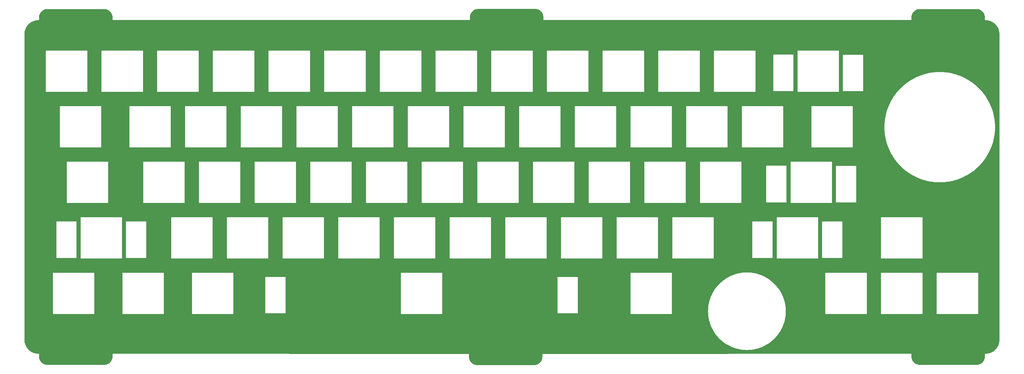
<source format=gbr>
G04 #@! TF.GenerationSoftware,KiCad,Pcbnew,7.0.6*
G04 #@! TF.CreationDate,2023-09-01T00:51:29-07:00*
G04 #@! TF.ProjectId,top plate,746f7020-706c-4617-9465-2e6b69636164,rev?*
G04 #@! TF.SameCoordinates,Original*
G04 #@! TF.FileFunction,Copper,L2,Bot*
G04 #@! TF.FilePolarity,Positive*
%FSLAX46Y46*%
G04 Gerber Fmt 4.6, Leading zero omitted, Abs format (unit mm)*
G04 Created by KiCad (PCBNEW 7.0.6) date 2023-09-01 00:51:29*
%MOMM*%
%LPD*%
G01*
G04 APERTURE LIST*
G04 APERTURE END LIST*
G04 #@! TA.AperFunction,NonConductor*
G36*
X322505889Y-133108908D02*
G01*
X322825230Y-133126845D01*
X322832256Y-133127636D01*
X323145838Y-133180919D01*
X323152712Y-133182487D01*
X323458375Y-133270550D01*
X323465036Y-133272882D01*
X323758901Y-133394608D01*
X323765256Y-133397668D01*
X324043648Y-133551532D01*
X324049623Y-133555287D01*
X324309038Y-133739354D01*
X324314555Y-133743755D01*
X324551729Y-133955710D01*
X324556715Y-133960696D01*
X324768670Y-134197877D01*
X324773071Y-134203396D01*
X324957126Y-134462799D01*
X324960888Y-134468786D01*
X325114745Y-134747174D01*
X325117812Y-134753544D01*
X325239531Y-135047399D01*
X325241866Y-135054073D01*
X325329915Y-135359710D01*
X325331489Y-135366602D01*
X325384767Y-135680180D01*
X325385559Y-135687206D01*
X325394466Y-135845818D01*
X325402690Y-135992272D01*
X325403531Y-136007237D01*
X325403630Y-136010770D01*
X325403630Y-136805932D01*
X325403616Y-136838586D01*
X325404593Y-136841595D01*
X325416779Y-136865523D01*
X325418639Y-136868083D01*
X325418640Y-136868085D01*
X325418641Y-136868085D01*
X325420569Y-136870739D01*
X325439336Y-136889512D01*
X325444545Y-136893301D01*
X325468467Y-136905495D01*
X325471475Y-136906473D01*
X325503124Y-136906473D01*
X451129667Y-136956886D01*
X451129802Y-136956909D01*
X451183432Y-136956909D01*
X451198383Y-136956915D01*
X451198384Y-136956914D01*
X451208439Y-136956918D01*
X451208564Y-136956909D01*
X451215161Y-136956909D01*
X451218274Y-136955897D01*
X451241933Y-136943848D01*
X451247149Y-136940062D01*
X451266126Y-136921093D01*
X451267992Y-136918523D01*
X451267996Y-136918521D01*
X451267997Y-136918517D01*
X451269924Y-136915865D01*
X451281978Y-136892220D01*
X451282993Y-136889103D01*
X451282995Y-136883491D01*
X451283006Y-136883368D01*
X451283006Y-136856448D01*
X451283013Y-136838585D01*
X451283019Y-136823795D01*
X451283018Y-136823794D01*
X451283026Y-136804035D01*
X451283006Y-136803902D01*
X451283006Y-136060509D01*
X451283105Y-136056977D01*
X451285837Y-136008309D01*
X451301035Y-135737629D01*
X451301826Y-135730613D01*
X451309201Y-135687206D01*
X451355106Y-135417013D01*
X451356668Y-135410165D01*
X451444730Y-135104488D01*
X451447058Y-135097837D01*
X451568780Y-134803971D01*
X451571848Y-134797602D01*
X451571870Y-134797562D01*
X451725713Y-134519206D01*
X451729458Y-134513246D01*
X451913538Y-134253813D01*
X451917917Y-134248320D01*
X452129886Y-134011131D01*
X452134874Y-134006144D01*
X452372071Y-133794177D01*
X452377564Y-133789797D01*
X452637003Y-133605721D01*
X452642960Y-133601979D01*
X452921364Y-133448117D01*
X452927709Y-133445062D01*
X453221595Y-133323338D01*
X453228253Y-133321008D01*
X453533912Y-133232958D01*
X453540784Y-133231390D01*
X453854379Y-133178117D01*
X453861380Y-133177328D01*
X454168034Y-133160118D01*
X454181826Y-133159344D01*
X454185356Y-133159245D01*
X454209431Y-133159246D01*
X454209431Y-133159245D01*
X454224089Y-133159246D01*
X454224106Y-133159245D01*
X473519040Y-133159245D01*
X473544198Y-133159245D01*
X473547730Y-133159344D01*
X473615186Y-133163131D01*
X473867083Y-133177274D01*
X473874101Y-133178066D01*
X473894142Y-133181471D01*
X474187686Y-133231344D01*
X474194570Y-133232916D01*
X474500217Y-133320969D01*
X474506881Y-133323301D01*
X474800756Y-133445025D01*
X474807113Y-133448087D01*
X475085504Y-133601948D01*
X475091479Y-133605702D01*
X475350896Y-133789768D01*
X475356414Y-133794168D01*
X475593593Y-134006124D01*
X475598590Y-134011122D01*
X475810538Y-134248294D01*
X475814939Y-134253813D01*
X475998996Y-134513219D01*
X476002758Y-134519206D01*
X476156618Y-134797600D01*
X476159685Y-134803971D01*
X476263278Y-135054073D01*
X476281400Y-135097823D01*
X476283735Y-135104497D01*
X476371787Y-135410141D01*
X476373360Y-135417034D01*
X476426634Y-135730609D01*
X476427426Y-135737635D01*
X476445369Y-136057216D01*
X476445468Y-136060748D01*
X476445468Y-136883339D01*
X476445467Y-136883339D01*
X476447030Y-136886045D01*
X476457742Y-136910104D01*
X476460476Y-136918518D01*
X476462026Y-136920651D01*
X476469169Y-136926752D01*
X476472395Y-136929978D01*
X476472397Y-136929979D01*
X476472398Y-136929980D01*
X476488298Y-136939160D01*
X476493821Y-136942746D01*
X476513314Y-136956909D01*
X476519040Y-136956909D01*
X476545969Y-136956909D01*
X476970240Y-136975431D01*
X476975715Y-136975909D01*
X477394037Y-137030980D01*
X477399425Y-137031929D01*
X477811374Y-137123254D01*
X477816674Y-137124674D01*
X478219081Y-137251550D01*
X478224245Y-137253429D01*
X478614058Y-137414893D01*
X478619033Y-137417214D01*
X478993291Y-137612038D01*
X478998053Y-137614787D01*
X479353896Y-137841483D01*
X479358400Y-137844636D01*
X479693144Y-138101492D01*
X479697356Y-138105027D01*
X480008420Y-138390064D01*
X480012308Y-138393952D01*
X480297368Y-138705039D01*
X480300903Y-138709252D01*
X480557747Y-139043976D01*
X480560901Y-139048480D01*
X480787601Y-139404328D01*
X480790351Y-139409090D01*
X480985174Y-139783341D01*
X480987498Y-139788325D01*
X481148964Y-140178137D01*
X481150845Y-140183304D01*
X481277717Y-140585695D01*
X481279140Y-140591007D01*
X481370460Y-141002927D01*
X481371415Y-141008342D01*
X481426488Y-141426660D01*
X481426967Y-141432138D01*
X481445467Y-141855882D01*
X481445467Y-246521563D01*
X481426941Y-246945811D01*
X481426462Y-246951289D01*
X481371385Y-247369603D01*
X481370430Y-247375018D01*
X481279108Y-247786938D01*
X481277685Y-247792249D01*
X481150810Y-248194637D01*
X481148930Y-248199804D01*
X480987462Y-248589620D01*
X480985138Y-248594604D01*
X480790326Y-248968835D01*
X480790321Y-248968844D01*
X480787571Y-248973606D01*
X480560869Y-249329457D01*
X480557715Y-249333961D01*
X480300867Y-249668691D01*
X480297333Y-249672903D01*
X480012291Y-249983974D01*
X480008403Y-249987862D01*
X479697317Y-250272921D01*
X479693105Y-250276455D01*
X479358382Y-250533300D01*
X479353878Y-250536454D01*
X478998033Y-250763155D01*
X478993271Y-250765905D01*
X478619016Y-250960732D01*
X478614033Y-250963055D01*
X478224237Y-251124518D01*
X478219070Y-251126398D01*
X477816674Y-251253279D01*
X477811363Y-251254702D01*
X477399442Y-251346026D01*
X477394028Y-251346981D01*
X476975712Y-251402059D01*
X476970235Y-251402538D01*
X476546562Y-251421042D01*
X476513313Y-251421042D01*
X476493824Y-251435201D01*
X476488295Y-251438791D01*
X476472393Y-251447973D01*
X476469161Y-251451205D01*
X476462027Y-251457298D01*
X476460475Y-251459434D01*
X476457737Y-251467860D01*
X476447037Y-251491894D01*
X476445469Y-251494609D01*
X476445467Y-251494615D01*
X476445468Y-252317433D01*
X476445369Y-252320967D01*
X476427434Y-252640309D01*
X476426642Y-252647335D01*
X476373362Y-252960906D01*
X476371789Y-252967799D01*
X476283735Y-253273442D01*
X476281400Y-253280115D01*
X476159678Y-253573976D01*
X476156610Y-253580346D01*
X476002753Y-253858725D01*
X475998991Y-253864712D01*
X475814932Y-254124115D01*
X475810524Y-254129643D01*
X475598580Y-254366805D01*
X475593580Y-254371805D01*
X475356415Y-254583746D01*
X475350887Y-254588154D01*
X475091476Y-254772214D01*
X475085489Y-254775975D01*
X474978544Y-254835081D01*
X474807106Y-254929829D01*
X474800740Y-254932895D01*
X474506883Y-255054612D01*
X474500209Y-255056947D01*
X474194568Y-255144998D01*
X474187675Y-255146571D01*
X473874098Y-255199846D01*
X473867073Y-255200638D01*
X473696791Y-255210199D01*
X473547047Y-255218607D01*
X473543530Y-255218706D01*
X454184278Y-255218706D01*
X454180745Y-255218607D01*
X453861398Y-255200673D01*
X453854372Y-255199881D01*
X453540797Y-255146604D01*
X453533904Y-255145030D01*
X453228259Y-255056976D01*
X453221585Y-255054641D01*
X452927720Y-254932918D01*
X452921360Y-254929855D01*
X452642974Y-254775997D01*
X452636997Y-254772243D01*
X452377579Y-254588177D01*
X452372053Y-254583771D01*
X452134883Y-254371822D01*
X452129884Y-254366823D01*
X451917935Y-254129653D01*
X451913533Y-254124134D01*
X451729466Y-253864717D01*
X451725709Y-253858738D01*
X451725707Y-253858735D01*
X451571851Y-253580353D01*
X451568783Y-253573982D01*
X451500078Y-253408117D01*
X451447058Y-253280115D01*
X451444729Y-253273457D01*
X451356669Y-252967799D01*
X451355101Y-252960931D01*
X451301819Y-252647335D01*
X451301027Y-252640311D01*
X451292119Y-252481697D01*
X451284896Y-252353072D01*
X451283105Y-252321179D01*
X451283006Y-252317646D01*
X451283006Y-251574152D01*
X451283030Y-251573996D01*
X451283021Y-251554149D01*
X451283022Y-251554148D01*
X451283006Y-251520225D01*
X451283006Y-251505625D01*
X451283006Y-251505624D01*
X451283006Y-251494731D01*
X451282993Y-251494589D01*
X451282992Y-251491894D01*
X451282991Y-251488840D01*
X451282989Y-251488837D01*
X451281972Y-251485710D01*
X451269930Y-251462093D01*
X451267996Y-251459432D01*
X451267996Y-251459430D01*
X451267993Y-251459428D01*
X451266140Y-251456877D01*
X451247129Y-251437874D01*
X451241919Y-251434092D01*
X451218286Y-251422057D01*
X451215160Y-251421042D01*
X451215159Y-251421042D01*
X451208188Y-251421042D01*
X451208021Y-251421029D01*
X451181827Y-251421041D01*
X451181790Y-251421042D01*
X451131003Y-251421042D01*
X451130842Y-251421066D01*
X325143991Y-251481837D01*
X325110715Y-251481837D01*
X325107726Y-251482807D01*
X325083767Y-251495023D01*
X325078567Y-251498804D01*
X325059808Y-251517573D01*
X325056029Y-251522773D01*
X325043824Y-251546742D01*
X325042854Y-251549731D01*
X325042871Y-251582384D01*
X325042871Y-252378228D01*
X325042772Y-252381762D01*
X325024837Y-252701105D01*
X325024045Y-252708131D01*
X324970767Y-253021704D01*
X324969193Y-253028597D01*
X324881139Y-253334239D01*
X324878804Y-253340912D01*
X324757082Y-253634772D01*
X324754014Y-253641143D01*
X324600158Y-253919524D01*
X324596396Y-253925511D01*
X324412341Y-254184907D01*
X324407933Y-254190435D01*
X324195980Y-254427609D01*
X324190980Y-254432608D01*
X323953820Y-254644547D01*
X323948292Y-254648955D01*
X323688887Y-254833010D01*
X323682900Y-254836771D01*
X323404508Y-254990632D01*
X323398138Y-254993699D01*
X323104287Y-255115414D01*
X323097613Y-255117749D01*
X322791971Y-255205801D01*
X322785078Y-255207374D01*
X322471502Y-255260649D01*
X322464477Y-255261441D01*
X322299624Y-255270697D01*
X322144592Y-255279402D01*
X322141076Y-255279501D01*
X302781681Y-255279501D01*
X302778148Y-255279402D01*
X302458801Y-255261468D01*
X302451775Y-255260676D01*
X302138200Y-255207399D01*
X302131307Y-255205825D01*
X301825662Y-255117772D01*
X301818988Y-255115437D01*
X301818932Y-255115414D01*
X301677887Y-255056991D01*
X301525126Y-254993715D01*
X301518756Y-254990647D01*
X301240378Y-254836795D01*
X301234399Y-254833039D01*
X300974982Y-254648973D01*
X300969456Y-254644567D01*
X300901433Y-254583778D01*
X300732286Y-254432618D01*
X300727287Y-254427619D01*
X300515338Y-254190449D01*
X300510938Y-254184932D01*
X300326864Y-253925506D01*
X300323119Y-253919546D01*
X300217657Y-253728727D01*
X300169254Y-253641147D01*
X300166186Y-253634777D01*
X300105325Y-253487848D01*
X300044463Y-253340914D01*
X300042130Y-253334245D01*
X299954076Y-253028603D01*
X299952504Y-253021721D01*
X299899224Y-252708131D01*
X299898432Y-252701107D01*
X299895412Y-252647337D01*
X299880508Y-252381939D01*
X299880409Y-252378406D01*
X299880409Y-251581397D01*
X299880425Y-251549733D01*
X299880423Y-251549730D01*
X299879450Y-251546728D01*
X299867257Y-251522783D01*
X299863465Y-251517563D01*
X299844727Y-251498815D01*
X299839512Y-251495022D01*
X299815563Y-251482811D01*
X299812564Y-251481837D01*
X299812563Y-251481837D01*
X299779859Y-251481837D01*
X178112072Y-251421067D01*
X178111910Y-251421042D01*
X178092084Y-251421042D01*
X178059580Y-251421042D01*
X178059509Y-251421041D01*
X178033918Y-251421029D01*
X178033752Y-251421042D01*
X178026776Y-251421042D01*
X178023660Y-251422054D01*
X178000014Y-251434094D01*
X177994818Y-251437865D01*
X177975786Y-251456888D01*
X177972006Y-251462091D01*
X177959962Y-251485715D01*
X177958945Y-251488838D01*
X177958939Y-251500744D01*
X177958930Y-251500881D01*
X177958930Y-251521491D01*
X177958904Y-251573988D01*
X177958930Y-251574152D01*
X177958930Y-252317433D01*
X177958831Y-252320967D01*
X177940896Y-252640312D01*
X177940104Y-252647337D01*
X177886826Y-252960915D01*
X177885252Y-252967808D01*
X177797198Y-253273450D01*
X177794863Y-253280124D01*
X177673141Y-253573988D01*
X177670073Y-253580358D01*
X177516220Y-253858735D01*
X177512459Y-253864722D01*
X177328397Y-254124134D01*
X177323989Y-254129661D01*
X177112062Y-254366811D01*
X177112050Y-254366824D01*
X177107050Y-254371824D01*
X176869874Y-254583778D01*
X176864346Y-254588187D01*
X176604947Y-254772242D01*
X176598960Y-254776004D01*
X176320570Y-254929867D01*
X176314200Y-254932935D01*
X176020346Y-255054655D01*
X176013672Y-255056991D01*
X175914458Y-255085575D01*
X175708119Y-255145022D01*
X175708039Y-255145045D01*
X175701146Y-255146618D01*
X175387559Y-255199901D01*
X175380534Y-255200692D01*
X175061617Y-255218607D01*
X175058083Y-255218706D01*
X155697742Y-255218706D01*
X155694208Y-255218607D01*
X155374866Y-255200668D01*
X155367841Y-255199877D01*
X155054257Y-255146595D01*
X155047371Y-255145023D01*
X154741730Y-255056967D01*
X154735060Y-255054632D01*
X154580552Y-254990632D01*
X154441200Y-254932909D01*
X154434842Y-254929847D01*
X154156446Y-254775980D01*
X154150460Y-254772218D01*
X153891059Y-254588161D01*
X153885534Y-254583755D01*
X153808134Y-254514585D01*
X153648364Y-254371804D01*
X153643372Y-254366811D01*
X153559624Y-254273097D01*
X153431413Y-254129628D01*
X153427030Y-254124131D01*
X153242952Y-253864696D01*
X153239201Y-253858725D01*
X153085348Y-253580347D01*
X153082280Y-253573977D01*
X153023407Y-253431845D01*
X152960555Y-253280105D01*
X152958224Y-253273443D01*
X152870171Y-252967802D01*
X152868599Y-252960920D01*
X152815319Y-252647335D01*
X152814527Y-252640316D01*
X152798396Y-252353072D01*
X152796567Y-252320503D01*
X152796468Y-252316969D01*
X152796468Y-251494615D01*
X152796468Y-251494614D01*
X152794904Y-251491906D01*
X152784191Y-251467843D01*
X152781458Y-251459430D01*
X152781457Y-251459429D01*
X152781456Y-251459426D01*
X152779910Y-251457298D01*
X152772751Y-251451183D01*
X152769540Y-251447972D01*
X152753644Y-251438794D01*
X152748112Y-251435201D01*
X152728623Y-251421042D01*
X152728622Y-251421042D01*
X152695969Y-251421042D01*
X152271702Y-251402515D01*
X152266228Y-251402036D01*
X152057069Y-251374499D01*
X151847915Y-251346962D01*
X151842500Y-251346007D01*
X151430582Y-251254683D01*
X151425271Y-251253260D01*
X151022876Y-251126382D01*
X151017717Y-251124505D01*
X150627910Y-250963037D01*
X150622934Y-250960717D01*
X150248689Y-250765893D01*
X150243927Y-250763144D01*
X149888081Y-250536441D01*
X149883582Y-250533291D01*
X149548845Y-250276434D01*
X149544644Y-250272909D01*
X149233572Y-249987859D01*
X149229687Y-249983974D01*
X148944634Y-249672889D01*
X148941105Y-249668684D01*
X148684250Y-249333936D01*
X148681108Y-249329448D01*
X148454412Y-248973597D01*
X148451663Y-248968835D01*
X148356734Y-248786475D01*
X148256840Y-248594576D01*
X148254529Y-248589620D01*
X148093062Y-248199793D01*
X148091191Y-248194653D01*
X147964314Y-247792235D01*
X147962893Y-247786931D01*
X147871576Y-247375005D01*
X147870622Y-247369590D01*
X147815556Y-246951288D01*
X147815077Y-246945810D01*
X147796468Y-246519483D01*
X147796468Y-223746462D01*
X157531714Y-223746462D01*
X157531718Y-223746500D01*
X157531718Y-237692882D01*
X157532711Y-237695940D01*
X157544836Y-237719735D01*
X157548622Y-237724946D01*
X157567502Y-237743825D01*
X157572716Y-237747613D01*
X157596495Y-237759730D01*
X157599564Y-237760727D01*
X171614874Y-237760727D01*
X171617943Y-237759729D01*
X171641715Y-237747616D01*
X171644327Y-237745717D01*
X171644330Y-237745717D01*
X171644331Y-237745715D01*
X171646940Y-237743820D01*
X171665811Y-237724949D01*
X171667706Y-237722340D01*
X171667708Y-237722339D01*
X171667708Y-237722336D01*
X171669607Y-237719724D01*
X171681720Y-237695952D01*
X171682718Y-237692882D01*
X181344218Y-237692882D01*
X181345211Y-237695940D01*
X181357336Y-237719735D01*
X181361122Y-237724946D01*
X181380002Y-237743825D01*
X181385216Y-237747613D01*
X181408995Y-237759730D01*
X181412064Y-237760727D01*
X195427374Y-237760727D01*
X195430443Y-237759729D01*
X195454215Y-237747616D01*
X195456827Y-237745717D01*
X195456830Y-237745717D01*
X195456831Y-237745715D01*
X195459440Y-237743820D01*
X195478311Y-237724949D01*
X195480206Y-237722340D01*
X195480208Y-237722339D01*
X195480208Y-237722336D01*
X195482107Y-237719724D01*
X195494220Y-237695952D01*
X195495218Y-237692882D01*
X195495218Y-223746462D01*
X205156714Y-223746462D01*
X205156718Y-223746500D01*
X205156718Y-237692882D01*
X205157711Y-237695940D01*
X205169836Y-237719735D01*
X205173622Y-237724946D01*
X205192502Y-237743825D01*
X205197716Y-237747613D01*
X205221495Y-237759730D01*
X205224564Y-237760727D01*
X219239874Y-237760727D01*
X219242943Y-237759729D01*
X219266715Y-237747616D01*
X219269327Y-237745717D01*
X219269330Y-237745717D01*
X219269331Y-237745715D01*
X219271940Y-237743820D01*
X219290811Y-237724949D01*
X219292706Y-237722340D01*
X219292708Y-237722339D01*
X219292708Y-237722336D01*
X219294607Y-237719724D01*
X219306720Y-237695952D01*
X219307718Y-237692882D01*
X276594218Y-237692882D01*
X276595211Y-237695940D01*
X276607336Y-237719735D01*
X276611122Y-237724946D01*
X276630002Y-237743825D01*
X276635216Y-237747613D01*
X276658995Y-237759730D01*
X276662064Y-237760727D01*
X290677374Y-237760727D01*
X290680443Y-237759729D01*
X290704215Y-237747616D01*
X290706827Y-237745717D01*
X290706830Y-237745717D01*
X290706831Y-237745715D01*
X290709440Y-237743820D01*
X290728311Y-237724949D01*
X290730206Y-237722340D01*
X290730208Y-237722339D01*
X290730208Y-237722336D01*
X290732107Y-237719724D01*
X290744220Y-237695952D01*
X290745218Y-237692882D01*
X290745218Y-237477697D01*
X330232090Y-237477697D01*
X330233083Y-237480755D01*
X330245208Y-237504550D01*
X330248994Y-237509761D01*
X330267874Y-237528640D01*
X330273088Y-237532428D01*
X330296867Y-237544545D01*
X330299936Y-237545542D01*
X337116568Y-237545542D01*
X337119637Y-237544544D01*
X337143409Y-237532431D01*
X337146021Y-237530532D01*
X337146024Y-237530532D01*
X337146025Y-237530530D01*
X337148634Y-237528635D01*
X337167505Y-237509764D01*
X337169400Y-237507155D01*
X337169402Y-237507154D01*
X337169402Y-237507151D01*
X337171301Y-237504539D01*
X337183414Y-237480767D01*
X337184412Y-237477697D01*
X337184412Y-225121260D01*
X337183414Y-225118190D01*
X337171298Y-225094412D01*
X337167510Y-225089198D01*
X337148631Y-225070318D01*
X337143420Y-225066532D01*
X337119625Y-225054407D01*
X337116567Y-225053414D01*
X337116566Y-225053414D01*
X337099829Y-225053414D01*
X330365244Y-225053414D01*
X330299936Y-225053414D01*
X330299934Y-225053415D01*
X330296874Y-225054409D01*
X330273082Y-225066531D01*
X330267878Y-225070312D01*
X330248988Y-225089202D01*
X330245207Y-225094406D01*
X330233085Y-225118198D01*
X330232090Y-225121261D01*
X330232090Y-237477697D01*
X290745218Y-237477697D01*
X290745218Y-223746462D01*
X355175464Y-223746462D01*
X355175468Y-223746500D01*
X355175468Y-237692882D01*
X355176461Y-237695940D01*
X355188586Y-237719735D01*
X355192372Y-237724946D01*
X355211252Y-237743825D01*
X355216466Y-237747613D01*
X355240245Y-237759730D01*
X355243314Y-237760727D01*
X369258624Y-237760727D01*
X369261693Y-237759729D01*
X369285465Y-237747616D01*
X369288077Y-237745717D01*
X369288080Y-237745717D01*
X369288081Y-237745715D01*
X369290690Y-237743820D01*
X369309561Y-237724949D01*
X369311456Y-237722340D01*
X369311458Y-237722339D01*
X369311458Y-237722336D01*
X369313357Y-237719724D01*
X369325470Y-237695952D01*
X369326468Y-237692882D01*
X369326468Y-236794946D01*
X381710463Y-236794946D01*
X381729968Y-237515005D01*
X381788430Y-238232961D01*
X381788430Y-238232962D01*
X381885674Y-238946696D01*
X382021417Y-239654119D01*
X382195259Y-240353155D01*
X382195260Y-240353158D01*
X382406690Y-241041748D01*
X382406690Y-241041749D01*
X382655096Y-241717904D01*
X382939740Y-242379604D01*
X382939740Y-242379605D01*
X383259784Y-243024914D01*
X383259788Y-243024922D01*
X383261079Y-243027205D01*
X383614300Y-243651961D01*
X383614306Y-243651970D01*
X384002252Y-244258906D01*
X384422488Y-244843948D01*
X384873780Y-245405382D01*
X385354807Y-245941559D01*
X385864156Y-246450908D01*
X386400333Y-246931935D01*
X386961767Y-247383227D01*
X387546809Y-247803463D01*
X387820078Y-247978133D01*
X388153754Y-248191415D01*
X388482337Y-248377187D01*
X388780793Y-248545927D01*
X388780800Y-248545930D01*
X388780801Y-248545931D01*
X389426110Y-248865975D01*
X389426111Y-248865975D01*
X389426115Y-248865977D01*
X389569333Y-248927585D01*
X390087811Y-249150619D01*
X390763966Y-249399025D01*
X390763967Y-249399025D01*
X391053271Y-249487855D01*
X391452560Y-249610456D01*
X392151596Y-249784298D01*
X392859019Y-249920041D01*
X393572753Y-250017285D01*
X393659454Y-250024344D01*
X394290710Y-250075747D01*
X395010769Y-250095252D01*
X395730828Y-250075747D01*
X396362083Y-250024344D01*
X396448785Y-250017285D01*
X397162519Y-249920041D01*
X397869942Y-249784298D01*
X398568978Y-249610456D01*
X398968267Y-249487855D01*
X399257571Y-249399025D01*
X399257572Y-249399025D01*
X399933727Y-249150619D01*
X400452204Y-248927584D01*
X400595423Y-248865977D01*
X400595427Y-248865975D01*
X400595428Y-248865975D01*
X401240737Y-248545931D01*
X401240737Y-248545930D01*
X401240745Y-248545927D01*
X401539201Y-248377187D01*
X401867784Y-248191415D01*
X402201460Y-247978133D01*
X402474729Y-247803463D01*
X403059771Y-247383227D01*
X403621205Y-246931935D01*
X404157382Y-246450908D01*
X404666731Y-245941559D01*
X405147758Y-245405382D01*
X405599050Y-244843948D01*
X406019286Y-244258906D01*
X406407232Y-243651970D01*
X406407238Y-243651961D01*
X406760459Y-243027205D01*
X406761750Y-243024922D01*
X406761754Y-243024914D01*
X407081798Y-242379605D01*
X407081798Y-242379604D01*
X407366442Y-241717904D01*
X407614848Y-241041749D01*
X407614848Y-241041748D01*
X407826278Y-240353158D01*
X407826279Y-240353155D01*
X408000121Y-239654119D01*
X408135864Y-238946696D01*
X408233108Y-238232962D01*
X408233108Y-238232961D01*
X408277086Y-237692882D01*
X421850468Y-237692882D01*
X421851461Y-237695940D01*
X421863586Y-237719735D01*
X421867372Y-237724946D01*
X421886252Y-237743825D01*
X421891466Y-237747613D01*
X421915245Y-237759730D01*
X421918314Y-237760727D01*
X435933624Y-237760727D01*
X435936693Y-237759729D01*
X435960465Y-237747616D01*
X435963077Y-237745717D01*
X435963080Y-237745717D01*
X435963081Y-237745715D01*
X435965690Y-237743820D01*
X435984561Y-237724949D01*
X435986456Y-237722340D01*
X435986458Y-237722339D01*
X435986458Y-237722336D01*
X435988357Y-237719724D01*
X436000470Y-237695952D01*
X436001468Y-237692882D01*
X436001468Y-223677574D01*
X440900467Y-223677574D01*
X440900468Y-237692882D01*
X440901461Y-237695940D01*
X440913586Y-237719735D01*
X440917372Y-237724946D01*
X440936252Y-237743825D01*
X440941466Y-237747613D01*
X440965245Y-237759730D01*
X440968314Y-237760727D01*
X454983624Y-237760727D01*
X454986693Y-237759729D01*
X455010465Y-237747616D01*
X455013077Y-237745717D01*
X455013080Y-237745717D01*
X455013081Y-237745715D01*
X455015690Y-237743820D01*
X455034561Y-237724949D01*
X455036456Y-237722340D01*
X455036458Y-237722339D01*
X455036458Y-237722336D01*
X455038357Y-237719724D01*
X455050470Y-237695952D01*
X455051468Y-237692882D01*
X459950468Y-237692882D01*
X459951461Y-237695940D01*
X459963586Y-237719735D01*
X459967372Y-237724946D01*
X459986252Y-237743825D01*
X459991466Y-237747613D01*
X460015245Y-237759730D01*
X460018314Y-237760727D01*
X474033624Y-237760727D01*
X474036693Y-237759729D01*
X474060465Y-237747616D01*
X474063077Y-237745717D01*
X474063080Y-237745717D01*
X474063081Y-237745715D01*
X474065690Y-237743820D01*
X474084561Y-237724949D01*
X474086456Y-237722340D01*
X474086458Y-237722339D01*
X474086458Y-237722336D01*
X474088357Y-237719724D01*
X474100470Y-237695952D01*
X474101468Y-237692882D01*
X474101468Y-223677573D01*
X474100470Y-223674503D01*
X474088354Y-223650725D01*
X474084566Y-223645511D01*
X474065687Y-223626631D01*
X474060476Y-223622845D01*
X474036681Y-223610720D01*
X474033623Y-223609727D01*
X474033622Y-223609727D01*
X474016885Y-223609727D01*
X460083622Y-223609727D01*
X460018314Y-223609727D01*
X460018312Y-223609728D01*
X460015252Y-223610722D01*
X459991460Y-223622844D01*
X459986256Y-223626625D01*
X459967366Y-223645515D01*
X459963585Y-223650719D01*
X459951463Y-223674511D01*
X459950468Y-223677574D01*
X459950468Y-237692882D01*
X455051468Y-237692882D01*
X455051468Y-223677573D01*
X455050470Y-223674503D01*
X455038354Y-223650725D01*
X455034566Y-223645511D01*
X455015687Y-223626631D01*
X455010476Y-223622845D01*
X454986681Y-223610720D01*
X454983623Y-223609727D01*
X454983622Y-223609727D01*
X454966885Y-223609727D01*
X441033622Y-223609727D01*
X440968314Y-223609727D01*
X440968312Y-223609728D01*
X440965252Y-223610722D01*
X440941460Y-223622844D01*
X440936256Y-223626625D01*
X440917366Y-223645515D01*
X440913585Y-223650719D01*
X440901463Y-223674511D01*
X440900467Y-223677574D01*
X436001468Y-223677574D01*
X436001468Y-223676461D01*
X435988354Y-223650725D01*
X435984566Y-223645511D01*
X435965687Y-223626631D01*
X435960476Y-223622845D01*
X435936681Y-223610720D01*
X435933623Y-223609727D01*
X435933622Y-223609727D01*
X435916885Y-223609727D01*
X421983622Y-223609727D01*
X421918314Y-223609727D01*
X421918312Y-223609728D01*
X421915252Y-223610722D01*
X421891460Y-223622844D01*
X421886256Y-223626625D01*
X421867366Y-223645515D01*
X421863585Y-223650719D01*
X421851463Y-223674511D01*
X421850468Y-223677574D01*
X421850468Y-237692882D01*
X408277086Y-237692882D01*
X408291570Y-237515005D01*
X408311075Y-236794946D01*
X408291570Y-236074887D01*
X408233108Y-235356931D01*
X408233108Y-235356930D01*
X408135864Y-234643196D01*
X408000121Y-233935773D01*
X407826279Y-233236737D01*
X407614846Y-232548138D01*
X407613029Y-232543192D01*
X407366442Y-231871988D01*
X407081798Y-231210288D01*
X407081798Y-231210287D01*
X406761754Y-230564978D01*
X406761753Y-230564977D01*
X406761750Y-230564970D01*
X406632510Y-230336380D01*
X406407238Y-229937931D01*
X406315980Y-229795160D01*
X406019286Y-229330986D01*
X405599050Y-228745944D01*
X405147758Y-228184510D01*
X404666731Y-227648333D01*
X404157382Y-227138984D01*
X403621205Y-226657957D01*
X403059771Y-226206665D01*
X402474729Y-225786429D01*
X401867793Y-225398483D01*
X401867784Y-225398477D01*
X401408624Y-225138880D01*
X401240745Y-225043965D01*
X401240737Y-225043961D01*
X400595428Y-224723917D01*
X400595427Y-224723917D01*
X400595423Y-224723915D01*
X400452204Y-224662306D01*
X399933727Y-224439273D01*
X399257572Y-224190867D01*
X399257571Y-224190867D01*
X398568981Y-223979437D01*
X398568982Y-223979437D01*
X398568978Y-223979436D01*
X397869942Y-223805594D01*
X397162519Y-223669851D01*
X396448785Y-223572607D01*
X396362083Y-223565547D01*
X395730828Y-223514145D01*
X395010769Y-223494640D01*
X394290710Y-223514145D01*
X393659454Y-223565547D01*
X393572753Y-223572607D01*
X392859019Y-223669851D01*
X392151596Y-223805594D01*
X391452560Y-223979436D01*
X391452555Y-223979437D01*
X391452557Y-223979437D01*
X390763967Y-224190867D01*
X390763966Y-224190867D01*
X390087811Y-224439273D01*
X389569333Y-224662306D01*
X389426115Y-224723915D01*
X389426111Y-224723917D01*
X389426110Y-224723917D01*
X388780801Y-225043961D01*
X388780793Y-225043965D01*
X388612914Y-225138880D01*
X388153754Y-225398477D01*
X388153745Y-225398483D01*
X387546809Y-225786429D01*
X386961767Y-226206665D01*
X386400333Y-226657957D01*
X385864156Y-227138984D01*
X385354807Y-227648333D01*
X384873780Y-228184510D01*
X384422488Y-228745944D01*
X384002252Y-229330986D01*
X383705557Y-229795160D01*
X383614300Y-229937931D01*
X383389027Y-230336380D01*
X383259788Y-230564970D01*
X383259784Y-230564977D01*
X383259784Y-230564978D01*
X382939740Y-231210287D01*
X382939740Y-231210288D01*
X382655096Y-231871988D01*
X382408509Y-232543192D01*
X382406692Y-232548138D01*
X382195259Y-233236737D01*
X382021417Y-233935773D01*
X381885674Y-234643196D01*
X381788430Y-235356930D01*
X381788430Y-235356931D01*
X381729968Y-236074887D01*
X381710463Y-236794946D01*
X369326468Y-236794946D01*
X369326468Y-223677572D01*
X369325471Y-223674504D01*
X369313354Y-223650725D01*
X369309566Y-223645511D01*
X369290687Y-223626631D01*
X369285476Y-223622845D01*
X369261681Y-223610720D01*
X369258623Y-223609727D01*
X369258622Y-223609727D01*
X369241885Y-223609727D01*
X355308622Y-223609727D01*
X355243314Y-223609727D01*
X355243312Y-223609728D01*
X355240252Y-223610722D01*
X355216460Y-223622844D01*
X355211256Y-223626625D01*
X355192366Y-223645515D01*
X355188586Y-223650719D01*
X355176463Y-223674510D01*
X355175467Y-223677574D01*
X355175464Y-223746462D01*
X290745218Y-223746462D01*
X290745218Y-223677572D01*
X290744221Y-223674504D01*
X290732104Y-223650725D01*
X290728316Y-223645511D01*
X290709437Y-223626631D01*
X290704226Y-223622845D01*
X290680431Y-223610720D01*
X290677373Y-223609727D01*
X290677372Y-223609727D01*
X290660635Y-223609727D01*
X276727372Y-223609727D01*
X276662064Y-223609727D01*
X276662062Y-223609728D01*
X276659002Y-223610722D01*
X276635210Y-223622844D01*
X276630006Y-223626625D01*
X276611116Y-223645515D01*
X276607335Y-223650719D01*
X276595213Y-223674511D01*
X276594218Y-223677574D01*
X276594218Y-237692882D01*
X219307718Y-237692882D01*
X219307718Y-237477850D01*
X230231391Y-237477850D01*
X230232384Y-237480908D01*
X230244509Y-237504703D01*
X230248295Y-237509914D01*
X230267175Y-237528793D01*
X230272389Y-237532581D01*
X230296168Y-237544698D01*
X230299237Y-237545695D01*
X237098583Y-237545695D01*
X237101652Y-237544697D01*
X237125424Y-237532584D01*
X237128036Y-237530685D01*
X237128039Y-237530685D01*
X237128040Y-237530683D01*
X237130649Y-237528788D01*
X237149520Y-237509917D01*
X237151415Y-237507308D01*
X237151417Y-237507307D01*
X237151417Y-237507304D01*
X237153316Y-237504692D01*
X237165429Y-237480920D01*
X237166427Y-237477850D01*
X237166427Y-225138879D01*
X237165430Y-225135811D01*
X237153313Y-225112032D01*
X237149525Y-225106818D01*
X237130646Y-225087938D01*
X237125435Y-225084152D01*
X237101640Y-225072027D01*
X237098582Y-225071034D01*
X237098581Y-225071034D01*
X237081844Y-225071034D01*
X230364545Y-225071034D01*
X230299237Y-225071034D01*
X230299235Y-225071035D01*
X230296175Y-225072029D01*
X230272383Y-225084151D01*
X230267179Y-225087932D01*
X230248289Y-225106822D01*
X230244508Y-225112026D01*
X230232386Y-225135818D01*
X230231391Y-225138881D01*
X230231391Y-237477850D01*
X219307718Y-237477850D01*
X219307718Y-223677573D01*
X219306720Y-223674503D01*
X219294604Y-223650725D01*
X219290816Y-223645511D01*
X219271937Y-223626631D01*
X219266726Y-223622845D01*
X219242931Y-223610720D01*
X219239873Y-223609727D01*
X219239872Y-223609727D01*
X219223135Y-223609727D01*
X205289872Y-223609727D01*
X205224564Y-223609727D01*
X205224562Y-223609728D01*
X205221502Y-223610722D01*
X205197710Y-223622844D01*
X205192506Y-223626625D01*
X205173616Y-223645515D01*
X205169836Y-223650719D01*
X205157713Y-223674510D01*
X205156717Y-223677574D01*
X205156714Y-223746462D01*
X195495218Y-223746462D01*
X195495218Y-223677572D01*
X195494221Y-223674504D01*
X195482104Y-223650725D01*
X195478316Y-223645511D01*
X195459437Y-223626631D01*
X195454226Y-223622845D01*
X195430431Y-223610720D01*
X195427373Y-223609727D01*
X195427372Y-223609727D01*
X195410635Y-223609727D01*
X181477372Y-223609727D01*
X181412064Y-223609727D01*
X181412062Y-223609728D01*
X181409002Y-223610722D01*
X181385210Y-223622844D01*
X181380006Y-223626625D01*
X181361116Y-223645515D01*
X181357335Y-223650719D01*
X181345213Y-223674511D01*
X181344218Y-223677574D01*
X181344218Y-237692882D01*
X171682718Y-237692882D01*
X171682718Y-223677573D01*
X171681720Y-223674503D01*
X171669604Y-223650725D01*
X171665816Y-223645511D01*
X171646937Y-223626631D01*
X171641726Y-223622845D01*
X171617931Y-223610720D01*
X171614873Y-223609727D01*
X171614872Y-223609727D01*
X171598135Y-223609727D01*
X157664872Y-223609727D01*
X157599564Y-223609727D01*
X157599562Y-223609728D01*
X157596502Y-223610722D01*
X157572710Y-223622844D01*
X157567506Y-223626625D01*
X157548616Y-223645515D01*
X157544836Y-223650719D01*
X157532713Y-223674510D01*
X157531717Y-223677574D01*
X157531714Y-223746462D01*
X147796468Y-223746462D01*
X147796468Y-206106462D01*
X158716714Y-206106462D01*
X158716718Y-206106500D01*
X158716718Y-218442882D01*
X158717711Y-218445940D01*
X158729836Y-218469735D01*
X158733622Y-218474946D01*
X158752502Y-218493825D01*
X158757716Y-218497613D01*
X158781495Y-218509730D01*
X158784564Y-218510727D01*
X165589874Y-218510727D01*
X165592943Y-218509729D01*
X165616715Y-218497616D01*
X165619327Y-218495717D01*
X165619330Y-218495717D01*
X165619331Y-218495715D01*
X165621940Y-218493820D01*
X165640811Y-218474949D01*
X165642706Y-218472340D01*
X165642708Y-218472339D01*
X165642708Y-218472336D01*
X165644607Y-218469724D01*
X165656720Y-218445952D01*
X165657718Y-218442882D01*
X165657718Y-206037573D01*
X165656720Y-206034503D01*
X165644604Y-206010725D01*
X165640816Y-206005511D01*
X165621937Y-205986631D01*
X165616726Y-205982845D01*
X165592931Y-205970720D01*
X165589873Y-205969727D01*
X165589872Y-205969727D01*
X165573135Y-205969727D01*
X158849872Y-205969727D01*
X158784564Y-205969727D01*
X158784562Y-205969728D01*
X158781502Y-205970722D01*
X158757710Y-205982844D01*
X158752506Y-205986625D01*
X158733616Y-206005515D01*
X158729836Y-206010719D01*
X158717713Y-206034510D01*
X158716717Y-206037574D01*
X158716714Y-206106462D01*
X147796468Y-206106462D01*
X147796468Y-204696462D01*
X167056714Y-204696462D01*
X167056718Y-204696500D01*
X167056718Y-218642882D01*
X167057711Y-218645940D01*
X167069836Y-218669735D01*
X167073622Y-218674946D01*
X167092502Y-218693825D01*
X167097716Y-218697613D01*
X167121495Y-218709730D01*
X167124564Y-218710727D01*
X181139874Y-218710727D01*
X181142943Y-218709729D01*
X181166715Y-218697616D01*
X181169327Y-218695717D01*
X181169330Y-218695717D01*
X181169331Y-218695715D01*
X181171940Y-218693820D01*
X181190811Y-218674949D01*
X181192706Y-218672340D01*
X181192708Y-218672339D01*
X181192708Y-218672336D01*
X181194607Y-218669724D01*
X181206720Y-218645952D01*
X181207718Y-218642882D01*
X198012968Y-218642882D01*
X198013961Y-218645940D01*
X198026086Y-218669735D01*
X198029872Y-218674946D01*
X198048752Y-218693825D01*
X198053966Y-218697613D01*
X198077745Y-218709730D01*
X198080814Y-218710727D01*
X212096124Y-218710727D01*
X212099193Y-218709729D01*
X212122965Y-218697616D01*
X212125577Y-218695717D01*
X212125580Y-218695717D01*
X212125581Y-218695715D01*
X212128190Y-218693820D01*
X212147061Y-218674949D01*
X212148956Y-218672340D01*
X212148958Y-218672339D01*
X212148958Y-218672336D01*
X212150857Y-218669724D01*
X212162970Y-218645952D01*
X212163968Y-218642882D01*
X217062968Y-218642882D01*
X217063961Y-218645940D01*
X217076086Y-218669735D01*
X217079872Y-218674946D01*
X217098752Y-218693825D01*
X217103966Y-218697613D01*
X217127745Y-218709730D01*
X217130814Y-218710727D01*
X231146124Y-218710727D01*
X231149193Y-218709729D01*
X231172965Y-218697616D01*
X231175577Y-218695717D01*
X231175580Y-218695717D01*
X231175581Y-218695715D01*
X231178190Y-218693820D01*
X231197061Y-218674949D01*
X231198956Y-218672340D01*
X231198958Y-218672339D01*
X231198958Y-218672336D01*
X231200857Y-218669724D01*
X231212970Y-218645952D01*
X231213968Y-218642882D01*
X236112968Y-218642882D01*
X236113961Y-218645940D01*
X236126086Y-218669735D01*
X236129872Y-218674946D01*
X236148752Y-218693825D01*
X236153966Y-218697613D01*
X236177745Y-218709730D01*
X236180814Y-218710727D01*
X250196124Y-218710727D01*
X250199193Y-218709729D01*
X250222965Y-218697616D01*
X250225577Y-218695717D01*
X250225580Y-218695717D01*
X250225581Y-218695715D01*
X250228190Y-218693820D01*
X250247061Y-218674949D01*
X250248956Y-218672340D01*
X250248958Y-218672339D01*
X250248958Y-218672336D01*
X250250857Y-218669724D01*
X250262970Y-218645952D01*
X250263968Y-218642882D01*
X255162967Y-218642882D01*
X255163961Y-218645940D01*
X255176086Y-218669735D01*
X255179872Y-218674946D01*
X255198752Y-218693825D01*
X255203966Y-218697613D01*
X255227745Y-218709730D01*
X255230814Y-218710727D01*
X269246124Y-218710727D01*
X269249193Y-218709729D01*
X269272965Y-218697616D01*
X269275577Y-218695717D01*
X269275580Y-218695717D01*
X269275581Y-218695715D01*
X269278190Y-218693820D01*
X269297061Y-218674949D01*
X269298956Y-218672340D01*
X269298958Y-218672339D01*
X269298958Y-218672336D01*
X269300857Y-218669724D01*
X269312970Y-218645952D01*
X269313968Y-218642882D01*
X274212968Y-218642882D01*
X274213961Y-218645940D01*
X274226086Y-218669735D01*
X274229872Y-218674946D01*
X274248752Y-218693825D01*
X274253966Y-218697613D01*
X274277745Y-218709730D01*
X274280814Y-218710727D01*
X288296124Y-218710727D01*
X288299193Y-218709729D01*
X288322965Y-218697616D01*
X288325577Y-218695717D01*
X288325580Y-218695717D01*
X288325581Y-218695715D01*
X288328190Y-218693820D01*
X288347061Y-218674949D01*
X288348956Y-218672340D01*
X288348958Y-218672339D01*
X288348958Y-218672336D01*
X288350857Y-218669724D01*
X288362970Y-218645952D01*
X288363968Y-218642882D01*
X293262968Y-218642882D01*
X293263961Y-218645940D01*
X293276086Y-218669735D01*
X293279872Y-218674946D01*
X293298752Y-218693825D01*
X293303966Y-218697613D01*
X293327745Y-218709730D01*
X293330814Y-218710727D01*
X307346124Y-218710727D01*
X307349193Y-218709729D01*
X307372965Y-218697616D01*
X307375577Y-218695717D01*
X307375580Y-218695717D01*
X307375581Y-218695715D01*
X307378190Y-218693820D01*
X307397061Y-218674949D01*
X307398956Y-218672340D01*
X307398958Y-218672339D01*
X307398958Y-218672336D01*
X307400857Y-218669724D01*
X307412970Y-218645952D01*
X307413968Y-218642882D01*
X312312968Y-218642882D01*
X312313961Y-218645940D01*
X312326086Y-218669735D01*
X312329872Y-218674946D01*
X312348752Y-218693825D01*
X312353966Y-218697613D01*
X312377745Y-218709730D01*
X312380814Y-218710727D01*
X326396124Y-218710727D01*
X326399193Y-218709729D01*
X326422965Y-218697616D01*
X326425577Y-218695717D01*
X326425580Y-218695717D01*
X326425581Y-218695715D01*
X326428190Y-218693820D01*
X326447061Y-218674949D01*
X326448956Y-218672340D01*
X326448958Y-218672339D01*
X326448958Y-218672336D01*
X326450857Y-218669724D01*
X326462970Y-218645952D01*
X326463968Y-218642882D01*
X331362968Y-218642882D01*
X331363961Y-218645940D01*
X331376086Y-218669735D01*
X331379872Y-218674946D01*
X331398752Y-218693825D01*
X331403966Y-218697613D01*
X331427745Y-218709730D01*
X331430814Y-218710727D01*
X345446124Y-218710727D01*
X345449193Y-218709729D01*
X345472965Y-218697616D01*
X345475577Y-218695717D01*
X345475580Y-218695717D01*
X345475581Y-218695715D01*
X345478190Y-218693820D01*
X345497061Y-218674949D01*
X345498956Y-218672340D01*
X345498958Y-218672339D01*
X345498958Y-218672336D01*
X345500857Y-218669724D01*
X345512970Y-218645952D01*
X345513968Y-218642882D01*
X350412968Y-218642882D01*
X350413961Y-218645940D01*
X350426086Y-218669735D01*
X350429872Y-218674946D01*
X350448752Y-218693825D01*
X350453966Y-218697613D01*
X350477745Y-218709730D01*
X350480814Y-218710727D01*
X364496124Y-218710727D01*
X364499193Y-218709729D01*
X364522965Y-218697616D01*
X364525577Y-218695717D01*
X364525580Y-218695717D01*
X364525581Y-218695715D01*
X364528190Y-218693820D01*
X364547061Y-218674949D01*
X364548956Y-218672340D01*
X364548958Y-218672339D01*
X364548958Y-218672336D01*
X364550857Y-218669724D01*
X364562970Y-218645952D01*
X364563968Y-218642882D01*
X369462968Y-218642882D01*
X369463961Y-218645940D01*
X369476086Y-218669735D01*
X369479872Y-218674946D01*
X369498752Y-218693825D01*
X369503966Y-218697613D01*
X369527745Y-218709730D01*
X369530814Y-218710727D01*
X383546124Y-218710727D01*
X383549193Y-218709729D01*
X383572965Y-218697616D01*
X383575577Y-218695717D01*
X383575580Y-218695717D01*
X383575581Y-218695715D01*
X383578190Y-218693820D01*
X383597061Y-218674949D01*
X383598956Y-218672340D01*
X383598958Y-218672339D01*
X383598958Y-218672336D01*
X383600857Y-218669724D01*
X383612970Y-218645952D01*
X383613968Y-218642882D01*
X405181718Y-218642882D01*
X405182711Y-218645940D01*
X405194836Y-218669735D01*
X405198622Y-218674946D01*
X405217502Y-218693825D01*
X405222716Y-218697613D01*
X405246495Y-218709730D01*
X405249564Y-218710727D01*
X419264874Y-218710727D01*
X419267943Y-218709729D01*
X419291715Y-218697616D01*
X419294327Y-218695717D01*
X419294330Y-218695717D01*
X419294331Y-218695715D01*
X419296940Y-218693820D01*
X419315811Y-218674949D01*
X419317706Y-218672340D01*
X419317708Y-218672339D01*
X419317708Y-218672336D01*
X419319607Y-218669724D01*
X419331720Y-218645952D01*
X419332718Y-218642882D01*
X419332718Y-218442882D01*
X420681718Y-218442882D01*
X420682711Y-218445940D01*
X420694836Y-218469735D01*
X420698622Y-218474946D01*
X420717502Y-218493825D01*
X420722716Y-218497613D01*
X420746495Y-218509730D01*
X420749564Y-218510727D01*
X427584874Y-218510727D01*
X427587943Y-218509729D01*
X427611715Y-218497616D01*
X427614327Y-218495717D01*
X427614330Y-218495717D01*
X427614331Y-218495715D01*
X427616940Y-218493820D01*
X427635811Y-218474949D01*
X427637706Y-218472340D01*
X427637708Y-218472339D01*
X427637708Y-218472336D01*
X427639607Y-218469724D01*
X427651720Y-218445952D01*
X427652718Y-218442882D01*
X427652718Y-206077572D01*
X427651721Y-206074504D01*
X427639604Y-206050725D01*
X427635816Y-206045511D01*
X427616937Y-206026631D01*
X427611726Y-206022845D01*
X427587931Y-206010720D01*
X427584873Y-206009727D01*
X427584872Y-206009727D01*
X427568135Y-206009727D01*
X420814872Y-206009727D01*
X420749564Y-206009727D01*
X420749562Y-206009728D01*
X420746502Y-206010722D01*
X420722710Y-206022844D01*
X420717506Y-206026625D01*
X420698616Y-206045515D01*
X420694835Y-206050719D01*
X420682713Y-206074511D01*
X420681718Y-206077574D01*
X420681718Y-218442882D01*
X419332718Y-218442882D01*
X419332718Y-204627574D01*
X440900467Y-204627574D01*
X440900468Y-218642882D01*
X440901461Y-218645940D01*
X440913586Y-218669735D01*
X440917372Y-218674946D01*
X440936252Y-218693825D01*
X440941466Y-218697613D01*
X440965245Y-218709730D01*
X440968314Y-218710727D01*
X454983624Y-218710727D01*
X454986693Y-218709729D01*
X455010465Y-218697616D01*
X455013077Y-218695717D01*
X455013080Y-218695717D01*
X455013081Y-218695715D01*
X455015690Y-218693820D01*
X455034561Y-218674949D01*
X455036456Y-218672340D01*
X455036458Y-218672339D01*
X455036458Y-218672336D01*
X455038357Y-218669724D01*
X455050470Y-218645952D01*
X455051468Y-218642882D01*
X455051468Y-204626461D01*
X455038354Y-204600725D01*
X455034566Y-204595511D01*
X455015687Y-204576631D01*
X455010476Y-204572845D01*
X454986681Y-204560720D01*
X454983623Y-204559727D01*
X454983622Y-204559727D01*
X454966885Y-204559727D01*
X441033622Y-204559727D01*
X440968314Y-204559727D01*
X440968312Y-204559728D01*
X440965252Y-204560722D01*
X440941460Y-204572844D01*
X440936256Y-204576625D01*
X440917366Y-204595515D01*
X440913585Y-204600719D01*
X440901463Y-204624511D01*
X440900467Y-204627574D01*
X419332718Y-204627574D01*
X419332718Y-204627572D01*
X419331721Y-204624504D01*
X419319604Y-204600725D01*
X419315816Y-204595511D01*
X419296937Y-204576631D01*
X419291726Y-204572845D01*
X419267931Y-204560720D01*
X419264873Y-204559727D01*
X419264872Y-204559727D01*
X419248135Y-204559727D01*
X405314872Y-204559727D01*
X405249564Y-204559727D01*
X405249562Y-204559728D01*
X405246502Y-204560722D01*
X405222710Y-204572844D01*
X405217506Y-204576625D01*
X405198616Y-204595515D01*
X405194835Y-204600719D01*
X405182713Y-204624511D01*
X405181718Y-204627574D01*
X405181718Y-218642882D01*
X383613968Y-218642882D01*
X383613968Y-218442882D01*
X396841718Y-218442882D01*
X396842711Y-218445940D01*
X396854836Y-218469735D01*
X396858622Y-218474946D01*
X396877502Y-218493825D01*
X396882716Y-218497613D01*
X396906495Y-218509730D01*
X396909564Y-218510727D01*
X403714874Y-218510727D01*
X403717943Y-218509729D01*
X403741715Y-218497616D01*
X403744327Y-218495717D01*
X403744330Y-218495717D01*
X403744331Y-218495715D01*
X403746940Y-218493820D01*
X403765811Y-218474949D01*
X403767706Y-218472340D01*
X403767708Y-218472339D01*
X403767708Y-218472336D01*
X403769607Y-218469724D01*
X403781720Y-218445952D01*
X403782718Y-218442882D01*
X403782718Y-206037572D01*
X403781721Y-206034504D01*
X403769604Y-206010725D01*
X403765816Y-206005511D01*
X403746937Y-205986631D01*
X403741726Y-205982845D01*
X403717931Y-205970720D01*
X403714873Y-205969727D01*
X403714872Y-205969727D01*
X403698135Y-205969727D01*
X396974872Y-205969727D01*
X396909564Y-205969727D01*
X396909562Y-205969728D01*
X396906502Y-205970722D01*
X396882710Y-205982844D01*
X396877506Y-205986625D01*
X396858616Y-206005515D01*
X396854835Y-206010719D01*
X396842713Y-206034511D01*
X396841718Y-206037574D01*
X396841718Y-218442882D01*
X383613968Y-218442882D01*
X383613968Y-204627572D01*
X383612971Y-204624504D01*
X383600854Y-204600725D01*
X383597066Y-204595511D01*
X383578187Y-204576631D01*
X383572976Y-204572845D01*
X383549181Y-204560720D01*
X383546123Y-204559727D01*
X383546122Y-204559727D01*
X383529385Y-204559727D01*
X369596122Y-204559727D01*
X369530814Y-204559727D01*
X369530812Y-204559728D01*
X369527752Y-204560722D01*
X369503960Y-204572844D01*
X369498756Y-204576625D01*
X369479866Y-204595515D01*
X369476085Y-204600719D01*
X369463963Y-204624511D01*
X369462968Y-204627574D01*
X369462968Y-218642882D01*
X364563968Y-218642882D01*
X364563968Y-204627572D01*
X364562971Y-204624504D01*
X364550854Y-204600725D01*
X364547066Y-204595511D01*
X364528187Y-204576631D01*
X364522976Y-204572845D01*
X364499181Y-204560720D01*
X364496123Y-204559727D01*
X364496122Y-204559727D01*
X364479385Y-204559727D01*
X350546122Y-204559727D01*
X350480814Y-204559727D01*
X350480812Y-204559728D01*
X350477752Y-204560722D01*
X350453960Y-204572844D01*
X350448756Y-204576625D01*
X350429866Y-204595515D01*
X350426085Y-204600719D01*
X350413963Y-204624511D01*
X350412968Y-204627574D01*
X350412968Y-218642882D01*
X345513968Y-218642882D01*
X345513968Y-204627572D01*
X345512971Y-204624504D01*
X345500854Y-204600725D01*
X345497066Y-204595511D01*
X345478187Y-204576631D01*
X345472976Y-204572845D01*
X345449181Y-204560720D01*
X345446123Y-204559727D01*
X345446122Y-204559727D01*
X345429385Y-204559727D01*
X331496122Y-204559727D01*
X331430814Y-204559727D01*
X331430812Y-204559728D01*
X331427752Y-204560722D01*
X331403960Y-204572844D01*
X331398756Y-204576625D01*
X331379866Y-204595515D01*
X331376085Y-204600719D01*
X331363963Y-204624511D01*
X331362968Y-204627574D01*
X331362968Y-218642882D01*
X326463968Y-218642882D01*
X326463968Y-204627572D01*
X326462971Y-204624504D01*
X326450854Y-204600725D01*
X326447066Y-204595511D01*
X326428187Y-204576631D01*
X326422976Y-204572845D01*
X326399181Y-204560720D01*
X326396123Y-204559727D01*
X326396122Y-204559727D01*
X326379385Y-204559727D01*
X312446122Y-204559727D01*
X312380814Y-204559727D01*
X312380812Y-204559728D01*
X312377752Y-204560722D01*
X312353960Y-204572844D01*
X312348756Y-204576625D01*
X312329866Y-204595515D01*
X312326085Y-204600719D01*
X312313963Y-204624511D01*
X312312968Y-204627574D01*
X312312968Y-218642882D01*
X307413968Y-218642882D01*
X307413968Y-204627572D01*
X307412971Y-204624504D01*
X307400854Y-204600725D01*
X307397066Y-204595511D01*
X307378187Y-204576631D01*
X307372976Y-204572845D01*
X307349181Y-204560720D01*
X307346123Y-204559727D01*
X307346122Y-204559727D01*
X307329385Y-204559727D01*
X293396122Y-204559727D01*
X293330814Y-204559727D01*
X293330812Y-204559728D01*
X293327752Y-204560722D01*
X293303960Y-204572844D01*
X293298756Y-204576625D01*
X293279866Y-204595515D01*
X293276085Y-204600719D01*
X293263963Y-204624511D01*
X293262968Y-204627574D01*
X293262968Y-218642882D01*
X288363968Y-218642882D01*
X288363968Y-204627572D01*
X288362971Y-204624504D01*
X288350854Y-204600725D01*
X288347066Y-204595511D01*
X288328187Y-204576631D01*
X288322976Y-204572845D01*
X288299181Y-204560720D01*
X288296123Y-204559727D01*
X288296122Y-204559727D01*
X288279385Y-204559727D01*
X274346122Y-204559727D01*
X274280814Y-204559727D01*
X274280812Y-204559728D01*
X274277752Y-204560722D01*
X274253960Y-204572844D01*
X274248756Y-204576625D01*
X274229866Y-204595515D01*
X274226085Y-204600719D01*
X274213963Y-204624511D01*
X274212968Y-204627574D01*
X274212968Y-218642882D01*
X269313968Y-218642882D01*
X269313968Y-204627572D01*
X269312971Y-204624504D01*
X269300854Y-204600725D01*
X269297066Y-204595511D01*
X269278187Y-204576631D01*
X269272976Y-204572845D01*
X269249181Y-204560720D01*
X269246123Y-204559727D01*
X269246122Y-204559727D01*
X269229385Y-204559727D01*
X255296122Y-204559727D01*
X255230814Y-204559727D01*
X255230812Y-204559728D01*
X255227752Y-204560722D01*
X255203960Y-204572844D01*
X255198756Y-204576625D01*
X255179866Y-204595515D01*
X255176085Y-204600719D01*
X255163963Y-204624511D01*
X255162968Y-204627574D01*
X255162967Y-218642882D01*
X250263968Y-218642882D01*
X250263968Y-204627572D01*
X250262971Y-204624504D01*
X250250854Y-204600725D01*
X250247066Y-204595511D01*
X250228187Y-204576631D01*
X250222976Y-204572845D01*
X250199181Y-204560720D01*
X250196123Y-204559727D01*
X250196122Y-204559727D01*
X250179385Y-204559727D01*
X236246122Y-204559727D01*
X236180814Y-204559727D01*
X236180812Y-204559728D01*
X236177752Y-204560722D01*
X236153960Y-204572844D01*
X236148756Y-204576625D01*
X236129866Y-204595515D01*
X236126085Y-204600719D01*
X236113963Y-204624511D01*
X236112968Y-204627574D01*
X236112968Y-218642882D01*
X231213968Y-218642882D01*
X231213968Y-218309727D01*
X231213968Y-204644310D01*
X231213968Y-204644309D01*
X231213968Y-204627573D01*
X231213966Y-204627571D01*
X231212971Y-204624504D01*
X231200854Y-204600725D01*
X231197066Y-204595511D01*
X231178187Y-204576631D01*
X231172976Y-204572845D01*
X231149181Y-204560720D01*
X231146123Y-204559727D01*
X231146122Y-204559727D01*
X231129385Y-204559727D01*
X217196122Y-204559727D01*
X217130814Y-204559727D01*
X217130812Y-204559728D01*
X217127752Y-204560722D01*
X217103960Y-204572844D01*
X217098756Y-204576625D01*
X217079866Y-204595515D01*
X217076085Y-204600719D01*
X217063963Y-204624511D01*
X217062968Y-204627574D01*
X217062968Y-218642882D01*
X212163968Y-218642882D01*
X212163968Y-204627572D01*
X212162971Y-204624504D01*
X212150854Y-204600725D01*
X212147066Y-204595511D01*
X212128187Y-204576631D01*
X212122976Y-204572845D01*
X212099181Y-204560720D01*
X212096123Y-204559727D01*
X212096122Y-204559727D01*
X212079385Y-204559727D01*
X198146122Y-204559727D01*
X198080814Y-204559727D01*
X198080812Y-204559728D01*
X198077752Y-204560722D01*
X198053960Y-204572844D01*
X198048756Y-204576625D01*
X198029866Y-204595515D01*
X198026085Y-204600719D01*
X198013963Y-204624511D01*
X198012968Y-204627574D01*
X198012968Y-218642882D01*
X181207718Y-218642882D01*
X181207718Y-206146462D01*
X182556714Y-206146462D01*
X182556718Y-206146500D01*
X182556718Y-218442882D01*
X182557711Y-218445940D01*
X182569836Y-218469735D01*
X182573622Y-218474946D01*
X182592502Y-218493825D01*
X182597716Y-218497613D01*
X182621495Y-218509730D01*
X182624564Y-218510727D01*
X189459874Y-218510727D01*
X189462943Y-218509729D01*
X189486715Y-218497616D01*
X189489327Y-218495717D01*
X189489330Y-218495717D01*
X189489331Y-218495715D01*
X189491940Y-218493820D01*
X189510811Y-218474949D01*
X189512706Y-218472340D01*
X189512708Y-218472339D01*
X189512708Y-218472336D01*
X189514607Y-218469724D01*
X189526720Y-218445952D01*
X189527718Y-218442882D01*
X189527718Y-206077573D01*
X189526720Y-206074503D01*
X189514604Y-206050725D01*
X189510816Y-206045511D01*
X189491937Y-206026631D01*
X189486726Y-206022845D01*
X189462931Y-206010720D01*
X189459873Y-206009727D01*
X189459872Y-206009727D01*
X189443135Y-206009727D01*
X182689872Y-206009727D01*
X182624564Y-206009727D01*
X182624562Y-206009728D01*
X182621502Y-206010722D01*
X182597710Y-206022844D01*
X182592506Y-206026625D01*
X182573616Y-206045515D01*
X182569836Y-206050719D01*
X182557713Y-206074510D01*
X182556717Y-206077574D01*
X182556714Y-206146462D01*
X181207718Y-206146462D01*
X181207718Y-204627573D01*
X181206720Y-204624503D01*
X181194604Y-204600725D01*
X181190816Y-204595511D01*
X181171937Y-204576631D01*
X181166726Y-204572845D01*
X181142931Y-204560720D01*
X181139873Y-204559727D01*
X181139872Y-204559727D01*
X181123135Y-204559727D01*
X167189872Y-204559727D01*
X167124564Y-204559727D01*
X167124562Y-204559728D01*
X167121502Y-204560722D01*
X167097710Y-204572844D01*
X167092506Y-204576625D01*
X167073616Y-204595515D01*
X167069836Y-204600719D01*
X167057713Y-204624510D01*
X167056717Y-204627574D01*
X167056714Y-204696462D01*
X147796468Y-204696462D01*
X147796468Y-199592882D01*
X162294218Y-199592882D01*
X162295211Y-199595940D01*
X162307336Y-199619735D01*
X162311122Y-199624946D01*
X162330002Y-199643825D01*
X162335216Y-199647613D01*
X162358995Y-199659730D01*
X162362064Y-199660727D01*
X176377374Y-199660727D01*
X176380443Y-199659729D01*
X176404215Y-199647616D01*
X176406827Y-199645717D01*
X176406830Y-199645717D01*
X176406831Y-199645715D01*
X176409440Y-199643820D01*
X176428311Y-199624949D01*
X176430206Y-199622340D01*
X176430208Y-199622339D01*
X176430208Y-199622336D01*
X176432107Y-199619724D01*
X176444220Y-199595952D01*
X176445218Y-199592882D01*
X188487968Y-199592882D01*
X188488961Y-199595940D01*
X188501086Y-199619735D01*
X188504872Y-199624946D01*
X188523752Y-199643825D01*
X188528966Y-199647613D01*
X188552745Y-199659730D01*
X188555814Y-199660727D01*
X202571124Y-199660727D01*
X202574193Y-199659729D01*
X202597965Y-199647616D01*
X202600577Y-199645717D01*
X202600580Y-199645717D01*
X202600581Y-199645715D01*
X202603190Y-199643820D01*
X202622061Y-199624949D01*
X202623956Y-199622340D01*
X202623958Y-199622339D01*
X202623958Y-199622336D01*
X202625857Y-199619724D01*
X202637970Y-199595952D01*
X202638968Y-199592882D01*
X207537968Y-199592882D01*
X207538961Y-199595940D01*
X207551086Y-199619735D01*
X207554872Y-199624946D01*
X207573752Y-199643825D01*
X207578966Y-199647613D01*
X207602745Y-199659730D01*
X207605814Y-199660727D01*
X221621124Y-199660727D01*
X221624193Y-199659729D01*
X221647965Y-199647616D01*
X221650577Y-199645717D01*
X221650580Y-199645717D01*
X221650581Y-199645715D01*
X221653190Y-199643820D01*
X221672061Y-199624949D01*
X221673956Y-199622340D01*
X221673958Y-199622339D01*
X221673958Y-199622336D01*
X221675857Y-199619724D01*
X221687970Y-199595952D01*
X221688968Y-199592882D01*
X226587968Y-199592882D01*
X226588961Y-199595940D01*
X226601086Y-199619735D01*
X226604872Y-199624946D01*
X226623752Y-199643825D01*
X226628966Y-199647613D01*
X226652745Y-199659730D01*
X226655814Y-199660727D01*
X240671124Y-199660727D01*
X240674193Y-199659729D01*
X240697965Y-199647616D01*
X240700577Y-199645717D01*
X240700580Y-199645717D01*
X240700581Y-199645715D01*
X240703190Y-199643820D01*
X240722061Y-199624949D01*
X240723956Y-199622340D01*
X240723958Y-199622339D01*
X240723958Y-199622336D01*
X240725857Y-199619724D01*
X240737970Y-199595952D01*
X240738968Y-199592882D01*
X245637967Y-199592882D01*
X245638961Y-199595940D01*
X245651086Y-199619735D01*
X245654872Y-199624946D01*
X245673752Y-199643825D01*
X245678966Y-199647613D01*
X245702745Y-199659730D01*
X245705814Y-199660727D01*
X259721124Y-199660727D01*
X259724193Y-199659729D01*
X259747965Y-199647616D01*
X259750577Y-199645717D01*
X259750580Y-199645717D01*
X259750581Y-199645715D01*
X259753190Y-199643820D01*
X259772061Y-199624949D01*
X259773956Y-199622340D01*
X259773958Y-199622339D01*
X259773958Y-199622336D01*
X259775857Y-199619724D01*
X259787970Y-199595952D01*
X259788968Y-199592882D01*
X264687968Y-199592882D01*
X264688961Y-199595940D01*
X264701086Y-199619735D01*
X264704872Y-199624946D01*
X264723752Y-199643825D01*
X264728966Y-199647613D01*
X264752745Y-199659730D01*
X264755814Y-199660727D01*
X278771124Y-199660727D01*
X278774193Y-199659729D01*
X278797965Y-199647616D01*
X278800577Y-199645717D01*
X278800580Y-199645717D01*
X278800581Y-199645715D01*
X278803190Y-199643820D01*
X278822061Y-199624949D01*
X278823956Y-199622340D01*
X278823958Y-199622339D01*
X278823958Y-199622336D01*
X278825857Y-199619724D01*
X278837970Y-199595952D01*
X278838968Y-199592882D01*
X283737968Y-199592882D01*
X283738961Y-199595940D01*
X283751086Y-199619735D01*
X283754872Y-199624946D01*
X283773752Y-199643825D01*
X283778966Y-199647613D01*
X283802745Y-199659730D01*
X283805814Y-199660727D01*
X297821124Y-199660727D01*
X297824193Y-199659729D01*
X297847965Y-199647616D01*
X297850577Y-199645717D01*
X297850580Y-199645717D01*
X297850581Y-199645715D01*
X297853190Y-199643820D01*
X297872061Y-199624949D01*
X297873956Y-199622340D01*
X297873958Y-199622339D01*
X297873958Y-199622336D01*
X297875857Y-199619724D01*
X297887970Y-199595952D01*
X297888968Y-199592882D01*
X302787968Y-199592882D01*
X302788961Y-199595940D01*
X302801086Y-199619735D01*
X302804872Y-199624946D01*
X302823752Y-199643825D01*
X302828966Y-199647613D01*
X302852745Y-199659730D01*
X302855814Y-199660727D01*
X316871124Y-199660727D01*
X316874193Y-199659729D01*
X316897965Y-199647616D01*
X316900577Y-199645717D01*
X316900580Y-199645717D01*
X316900581Y-199645715D01*
X316903190Y-199643820D01*
X316922061Y-199624949D01*
X316923956Y-199622340D01*
X316923958Y-199622339D01*
X316923958Y-199622336D01*
X316925857Y-199619724D01*
X316937970Y-199595952D01*
X316938968Y-199592882D01*
X321837968Y-199592882D01*
X321838961Y-199595940D01*
X321851086Y-199619735D01*
X321854872Y-199624946D01*
X321873752Y-199643825D01*
X321878966Y-199647613D01*
X321902745Y-199659730D01*
X321905814Y-199660727D01*
X335921124Y-199660727D01*
X335924193Y-199659729D01*
X335947965Y-199647616D01*
X335950577Y-199645717D01*
X335950580Y-199645717D01*
X335950581Y-199645715D01*
X335953190Y-199643820D01*
X335972061Y-199624949D01*
X335973956Y-199622340D01*
X335973958Y-199622339D01*
X335973958Y-199622336D01*
X335975857Y-199619724D01*
X335987970Y-199595952D01*
X335988968Y-199592882D01*
X340887968Y-199592882D01*
X340888961Y-199595940D01*
X340901086Y-199619735D01*
X340904872Y-199624946D01*
X340923752Y-199643825D01*
X340928966Y-199647613D01*
X340952745Y-199659730D01*
X340955814Y-199660727D01*
X354971124Y-199660727D01*
X354974193Y-199659729D01*
X354997965Y-199647616D01*
X355000577Y-199645717D01*
X355000580Y-199645717D01*
X355000581Y-199645715D01*
X355003190Y-199643820D01*
X355022061Y-199624949D01*
X355023956Y-199622340D01*
X355023958Y-199622339D01*
X355023958Y-199622336D01*
X355025857Y-199619724D01*
X355037970Y-199595952D01*
X355038968Y-199592882D01*
X359937968Y-199592882D01*
X359938961Y-199595940D01*
X359951086Y-199619735D01*
X359954872Y-199624946D01*
X359973752Y-199643825D01*
X359978966Y-199647613D01*
X360002745Y-199659730D01*
X360005814Y-199660727D01*
X374021124Y-199660727D01*
X374024193Y-199659729D01*
X374047965Y-199647616D01*
X374050577Y-199645717D01*
X374050580Y-199645717D01*
X374050581Y-199645715D01*
X374053190Y-199643820D01*
X374072061Y-199624949D01*
X374073956Y-199622340D01*
X374073958Y-199622339D01*
X374073958Y-199622336D01*
X374075857Y-199619724D01*
X374087970Y-199595952D01*
X374088968Y-199592882D01*
X378987968Y-199592882D01*
X378988961Y-199595940D01*
X379001086Y-199619735D01*
X379004872Y-199624946D01*
X379023752Y-199643825D01*
X379028966Y-199647613D01*
X379052745Y-199659730D01*
X379055814Y-199660727D01*
X393071124Y-199660727D01*
X393074193Y-199659729D01*
X393097965Y-199647616D01*
X393100577Y-199645717D01*
X393100580Y-199645717D01*
X393100581Y-199645715D01*
X393103190Y-199643820D01*
X393122061Y-199624949D01*
X393123956Y-199622340D01*
X393123958Y-199622339D01*
X393123958Y-199622336D01*
X393125857Y-199619724D01*
X393137970Y-199595952D01*
X393138968Y-199592882D01*
X409944218Y-199592882D01*
X409945211Y-199595940D01*
X409957336Y-199619735D01*
X409961122Y-199624946D01*
X409980002Y-199643825D01*
X409985216Y-199647613D01*
X410008995Y-199659730D01*
X410012064Y-199660727D01*
X424027374Y-199660727D01*
X424030443Y-199659729D01*
X424054215Y-199647616D01*
X424056827Y-199645717D01*
X424056830Y-199645717D01*
X424056831Y-199645715D01*
X424059440Y-199643820D01*
X424078311Y-199624949D01*
X424080206Y-199622340D01*
X424080208Y-199622339D01*
X424080208Y-199622336D01*
X424082107Y-199619724D01*
X424094220Y-199595952D01*
X424095218Y-199592882D01*
X424095218Y-199382606D01*
X425459939Y-199382606D01*
X425460932Y-199385664D01*
X425473057Y-199409459D01*
X425476843Y-199414670D01*
X425495723Y-199433549D01*
X425500937Y-199437337D01*
X425524716Y-199449454D01*
X425527785Y-199450451D01*
X432363095Y-199450451D01*
X432366164Y-199449453D01*
X432389936Y-199437340D01*
X432392548Y-199435441D01*
X432392551Y-199435441D01*
X432392552Y-199435439D01*
X432395161Y-199433544D01*
X432414032Y-199414673D01*
X432415927Y-199412064D01*
X432415929Y-199412063D01*
X432415929Y-199412060D01*
X432417828Y-199409448D01*
X432429941Y-199385676D01*
X432430939Y-199382606D01*
X432430939Y-187017296D01*
X432429942Y-187014228D01*
X432417825Y-186990449D01*
X432414037Y-186985235D01*
X432395158Y-186966355D01*
X432389947Y-186962569D01*
X432366152Y-186950444D01*
X432363094Y-186949451D01*
X432363093Y-186949451D01*
X432346356Y-186949451D01*
X425593093Y-186949451D01*
X425527785Y-186949451D01*
X425527783Y-186949452D01*
X425524723Y-186950446D01*
X425500931Y-186962568D01*
X425495727Y-186966349D01*
X425476837Y-186985239D01*
X425473056Y-186990443D01*
X425460934Y-187014235D01*
X425459939Y-187017298D01*
X425459939Y-199382606D01*
X424095218Y-199382606D01*
X424095218Y-185577572D01*
X424094221Y-185574504D01*
X424082104Y-185550725D01*
X424078316Y-185545511D01*
X424059437Y-185526631D01*
X424054226Y-185522845D01*
X424030431Y-185510720D01*
X424027373Y-185509727D01*
X424027372Y-185509727D01*
X424010635Y-185509727D01*
X410077372Y-185509727D01*
X410012064Y-185509727D01*
X410012062Y-185509728D01*
X410009002Y-185510722D01*
X409985210Y-185522844D01*
X409980006Y-185526625D01*
X409961116Y-185545515D01*
X409957335Y-185550719D01*
X409945213Y-185574511D01*
X409944218Y-185577574D01*
X409944218Y-199592882D01*
X393138968Y-199592882D01*
X393138968Y-199382606D01*
X401619939Y-199382606D01*
X401620932Y-199385664D01*
X401633057Y-199409459D01*
X401636843Y-199414670D01*
X401655723Y-199433549D01*
X401660937Y-199437337D01*
X401684716Y-199449454D01*
X401687785Y-199450451D01*
X408493095Y-199450451D01*
X408496164Y-199449453D01*
X408519936Y-199437340D01*
X408522548Y-199435441D01*
X408522551Y-199435441D01*
X408522552Y-199435439D01*
X408525161Y-199433544D01*
X408544032Y-199414673D01*
X408545927Y-199412064D01*
X408545929Y-199412063D01*
X408545929Y-199412060D01*
X408547828Y-199409448D01*
X408559941Y-199385676D01*
X408560939Y-199382606D01*
X408560939Y-186977296D01*
X408559942Y-186974228D01*
X408547825Y-186950449D01*
X408544037Y-186945235D01*
X408525158Y-186926355D01*
X408519947Y-186922569D01*
X408496152Y-186910444D01*
X408493094Y-186909451D01*
X408493093Y-186909451D01*
X408476356Y-186909451D01*
X401753093Y-186909451D01*
X401687785Y-186909451D01*
X401687783Y-186909452D01*
X401684723Y-186910446D01*
X401660931Y-186922568D01*
X401655727Y-186926349D01*
X401636837Y-186945239D01*
X401633056Y-186950443D01*
X401620934Y-186974235D01*
X401619939Y-186977298D01*
X401619939Y-199382606D01*
X393138968Y-199382606D01*
X393138968Y-185577572D01*
X393137971Y-185574504D01*
X393125854Y-185550725D01*
X393122066Y-185545511D01*
X393103187Y-185526631D01*
X393097976Y-185522845D01*
X393074181Y-185510720D01*
X393071123Y-185509727D01*
X393071122Y-185509727D01*
X393054385Y-185509727D01*
X379121122Y-185509727D01*
X379055814Y-185509727D01*
X379055812Y-185509728D01*
X379052752Y-185510722D01*
X379028960Y-185522844D01*
X379023756Y-185526625D01*
X379004866Y-185545515D01*
X379001085Y-185550719D01*
X378988963Y-185574511D01*
X378987968Y-185577574D01*
X378987968Y-199592882D01*
X374088968Y-199592882D01*
X374088968Y-185577572D01*
X374087971Y-185574504D01*
X374075854Y-185550725D01*
X374072066Y-185545511D01*
X374053187Y-185526631D01*
X374047976Y-185522845D01*
X374024181Y-185510720D01*
X374021123Y-185509727D01*
X374021122Y-185509727D01*
X374004385Y-185509727D01*
X360071122Y-185509727D01*
X360005814Y-185509727D01*
X360005812Y-185509728D01*
X360002752Y-185510722D01*
X359978960Y-185522844D01*
X359973756Y-185526625D01*
X359954866Y-185545515D01*
X359951085Y-185550719D01*
X359938963Y-185574511D01*
X359937968Y-185577574D01*
X359937968Y-199592882D01*
X355038968Y-199592882D01*
X355038968Y-185577572D01*
X355037971Y-185574504D01*
X355025854Y-185550725D01*
X355022066Y-185545511D01*
X355003187Y-185526631D01*
X354997976Y-185522845D01*
X354974181Y-185510720D01*
X354971123Y-185509727D01*
X354971122Y-185509727D01*
X354954385Y-185509727D01*
X341021122Y-185509727D01*
X340955814Y-185509727D01*
X340955812Y-185509728D01*
X340952752Y-185510722D01*
X340928960Y-185522844D01*
X340923756Y-185526625D01*
X340904866Y-185545515D01*
X340901085Y-185550719D01*
X340888963Y-185574511D01*
X340887968Y-185577574D01*
X340887968Y-199592882D01*
X335988968Y-199592882D01*
X335988968Y-185577572D01*
X335987971Y-185574504D01*
X335975854Y-185550725D01*
X335972066Y-185545511D01*
X335953187Y-185526631D01*
X335947976Y-185522845D01*
X335924181Y-185510720D01*
X335921123Y-185509727D01*
X335921122Y-185509727D01*
X335904385Y-185509727D01*
X321971122Y-185509727D01*
X321905814Y-185509727D01*
X321905812Y-185509728D01*
X321902752Y-185510722D01*
X321878960Y-185522844D01*
X321873756Y-185526625D01*
X321854866Y-185545515D01*
X321851085Y-185550719D01*
X321838963Y-185574511D01*
X321837968Y-185577574D01*
X321837968Y-199592882D01*
X316938968Y-199592882D01*
X316938968Y-185577572D01*
X316937971Y-185574504D01*
X316925854Y-185550725D01*
X316922066Y-185545511D01*
X316903187Y-185526631D01*
X316897976Y-185522845D01*
X316874181Y-185510720D01*
X316871123Y-185509727D01*
X316871122Y-185509727D01*
X316854385Y-185509727D01*
X302921122Y-185509727D01*
X302855814Y-185509727D01*
X302855812Y-185509728D01*
X302852752Y-185510722D01*
X302828960Y-185522844D01*
X302823756Y-185526625D01*
X302804866Y-185545515D01*
X302801085Y-185550719D01*
X302788963Y-185574511D01*
X302787968Y-185577574D01*
X302787968Y-199592882D01*
X297888968Y-199592882D01*
X297888968Y-185577572D01*
X297887971Y-185574504D01*
X297875854Y-185550725D01*
X297872066Y-185545511D01*
X297853187Y-185526631D01*
X297847976Y-185522845D01*
X297824181Y-185510720D01*
X297821123Y-185509727D01*
X297821122Y-185509727D01*
X297804385Y-185509727D01*
X283871122Y-185509727D01*
X283805814Y-185509727D01*
X283805812Y-185509728D01*
X283802752Y-185510722D01*
X283778960Y-185522844D01*
X283773756Y-185526625D01*
X283754866Y-185545515D01*
X283751085Y-185550719D01*
X283738963Y-185574511D01*
X283737968Y-185577574D01*
X283737968Y-199592882D01*
X278838968Y-199592882D01*
X278838968Y-185577572D01*
X278837971Y-185574504D01*
X278825854Y-185550725D01*
X278822066Y-185545511D01*
X278803187Y-185526631D01*
X278797976Y-185522845D01*
X278774181Y-185510720D01*
X278771123Y-185509727D01*
X278771122Y-185509727D01*
X278754385Y-185509727D01*
X264821122Y-185509727D01*
X264755814Y-185509727D01*
X264755812Y-185509728D01*
X264752752Y-185510722D01*
X264728960Y-185522844D01*
X264723756Y-185526625D01*
X264704866Y-185545515D01*
X264701085Y-185550719D01*
X264688963Y-185574511D01*
X264687968Y-185577574D01*
X264687968Y-199592882D01*
X259788968Y-199592882D01*
X259788968Y-185577572D01*
X259787971Y-185574504D01*
X259775854Y-185550725D01*
X259772066Y-185545511D01*
X259753187Y-185526631D01*
X259747976Y-185522845D01*
X259724181Y-185510720D01*
X259721123Y-185509727D01*
X259721122Y-185509727D01*
X259704385Y-185509727D01*
X245771122Y-185509727D01*
X245705814Y-185509727D01*
X245705812Y-185509728D01*
X245702752Y-185510722D01*
X245678960Y-185522844D01*
X245673756Y-185526625D01*
X245654866Y-185545515D01*
X245651085Y-185550719D01*
X245638963Y-185574511D01*
X245637967Y-185577574D01*
X245637967Y-199592882D01*
X240738968Y-199592882D01*
X240738968Y-185577572D01*
X240737971Y-185574504D01*
X240725854Y-185550725D01*
X240722066Y-185545511D01*
X240703187Y-185526631D01*
X240697976Y-185522845D01*
X240674181Y-185510720D01*
X240671123Y-185509727D01*
X240671122Y-185509727D01*
X240654385Y-185509727D01*
X226721122Y-185509727D01*
X226655814Y-185509727D01*
X226655812Y-185509728D01*
X226652752Y-185510722D01*
X226628960Y-185522844D01*
X226623756Y-185526625D01*
X226604866Y-185545515D01*
X226601085Y-185550719D01*
X226588963Y-185574511D01*
X226587968Y-185577574D01*
X226587968Y-199592882D01*
X221688968Y-199592882D01*
X221688968Y-185577572D01*
X221687971Y-185574504D01*
X221675854Y-185550725D01*
X221672066Y-185545511D01*
X221653187Y-185526631D01*
X221647976Y-185522845D01*
X221624181Y-185510720D01*
X221621123Y-185509727D01*
X221621122Y-185509727D01*
X221604385Y-185509727D01*
X207671122Y-185509727D01*
X207605814Y-185509727D01*
X207605812Y-185509728D01*
X207602752Y-185510722D01*
X207578960Y-185522844D01*
X207573756Y-185526625D01*
X207554866Y-185545515D01*
X207551085Y-185550719D01*
X207538963Y-185574511D01*
X207537968Y-185577574D01*
X207537968Y-199592882D01*
X202638968Y-199592882D01*
X202638968Y-185577572D01*
X202637971Y-185574504D01*
X202625854Y-185550725D01*
X202622066Y-185545511D01*
X202603187Y-185526631D01*
X202597976Y-185522845D01*
X202574181Y-185510720D01*
X202571123Y-185509727D01*
X202571122Y-185509727D01*
X202554385Y-185509727D01*
X188621122Y-185509727D01*
X188555814Y-185509727D01*
X188555812Y-185509728D01*
X188552752Y-185510722D01*
X188528960Y-185522844D01*
X188523756Y-185526625D01*
X188504866Y-185545515D01*
X188501085Y-185550719D01*
X188488963Y-185574511D01*
X188487968Y-185577574D01*
X188487968Y-199592882D01*
X176445218Y-199592882D01*
X176445218Y-185577572D01*
X176444221Y-185574504D01*
X176432104Y-185550725D01*
X176428316Y-185545511D01*
X176409437Y-185526631D01*
X176404226Y-185522845D01*
X176380431Y-185510720D01*
X176377373Y-185509727D01*
X176377372Y-185509727D01*
X176360635Y-185509727D01*
X162427372Y-185509727D01*
X162362064Y-185509727D01*
X162362062Y-185509728D01*
X162359002Y-185510722D01*
X162335210Y-185522844D01*
X162330006Y-185526625D01*
X162311116Y-185545515D01*
X162307335Y-185550719D01*
X162295213Y-185574511D01*
X162294218Y-185577574D01*
X162294218Y-199592882D01*
X147796468Y-199592882D01*
X147796468Y-180542882D01*
X159912968Y-180542882D01*
X159913961Y-180545940D01*
X159926086Y-180569735D01*
X159929872Y-180574946D01*
X159948752Y-180593825D01*
X159953966Y-180597613D01*
X159977745Y-180609730D01*
X159980814Y-180610727D01*
X173996124Y-180610727D01*
X173999193Y-180609729D01*
X174022965Y-180597616D01*
X174025577Y-180595717D01*
X174025580Y-180595717D01*
X174025581Y-180595715D01*
X174028190Y-180593820D01*
X174047061Y-180574949D01*
X174048956Y-180572340D01*
X174048958Y-180572339D01*
X174048958Y-180572336D01*
X174050857Y-180569724D01*
X174062970Y-180545952D01*
X174063968Y-180542882D01*
X183725468Y-180542882D01*
X183726461Y-180545940D01*
X183738586Y-180569735D01*
X183742372Y-180574946D01*
X183761252Y-180593825D01*
X183766466Y-180597613D01*
X183790245Y-180609730D01*
X183793314Y-180610727D01*
X197808624Y-180610727D01*
X197811693Y-180609729D01*
X197835465Y-180597616D01*
X197838077Y-180595717D01*
X197838080Y-180595717D01*
X197838081Y-180595715D01*
X197840690Y-180593820D01*
X197859561Y-180574949D01*
X197861456Y-180572340D01*
X197861458Y-180572339D01*
X197861458Y-180572336D01*
X197863357Y-180569724D01*
X197875470Y-180545952D01*
X197876468Y-180542882D01*
X202775468Y-180542882D01*
X202776461Y-180545940D01*
X202788586Y-180569735D01*
X202792372Y-180574946D01*
X202811252Y-180593825D01*
X202816466Y-180597613D01*
X202840245Y-180609730D01*
X202843314Y-180610727D01*
X216858624Y-180610727D01*
X216861693Y-180609729D01*
X216885465Y-180597616D01*
X216888077Y-180595717D01*
X216888080Y-180595717D01*
X216888081Y-180595715D01*
X216890690Y-180593820D01*
X216909561Y-180574949D01*
X216911456Y-180572340D01*
X216911458Y-180572339D01*
X216911458Y-180572336D01*
X216913357Y-180569724D01*
X216925470Y-180545952D01*
X216926468Y-180542882D01*
X216926468Y-166527574D01*
X221825467Y-166527574D01*
X221825468Y-180542882D01*
X221826461Y-180545940D01*
X221838586Y-180569735D01*
X221842372Y-180574946D01*
X221861252Y-180593825D01*
X221866466Y-180597613D01*
X221890245Y-180609730D01*
X221893314Y-180610727D01*
X235908624Y-180610727D01*
X235911693Y-180609729D01*
X235935465Y-180597616D01*
X235938077Y-180595717D01*
X235938080Y-180595717D01*
X235938081Y-180595715D01*
X235940690Y-180593820D01*
X235959561Y-180574949D01*
X235961456Y-180572340D01*
X235961458Y-180572339D01*
X235961458Y-180572336D01*
X235963357Y-180569724D01*
X235975470Y-180545952D01*
X235976468Y-180542882D01*
X240875468Y-180542882D01*
X240876461Y-180545940D01*
X240888586Y-180569735D01*
X240892372Y-180574946D01*
X240911252Y-180593825D01*
X240916466Y-180597613D01*
X240940245Y-180609730D01*
X240943314Y-180610727D01*
X254958624Y-180610727D01*
X254961693Y-180609729D01*
X254985465Y-180597616D01*
X254988077Y-180595717D01*
X254988080Y-180595717D01*
X254988081Y-180595715D01*
X254990690Y-180593820D01*
X255009561Y-180574949D01*
X255011456Y-180572340D01*
X255011458Y-180572339D01*
X255011458Y-180572336D01*
X255013357Y-180569724D01*
X255025470Y-180545952D01*
X255026468Y-180542882D01*
X259925468Y-180542882D01*
X259926461Y-180545940D01*
X259938586Y-180569735D01*
X259942372Y-180574946D01*
X259961252Y-180593825D01*
X259966466Y-180597613D01*
X259990245Y-180609730D01*
X259993314Y-180610727D01*
X274008624Y-180610727D01*
X274011693Y-180609729D01*
X274035465Y-180597616D01*
X274038077Y-180595717D01*
X274038080Y-180595717D01*
X274038081Y-180595715D01*
X274040690Y-180593820D01*
X274059561Y-180574949D01*
X274061456Y-180572340D01*
X274061458Y-180572339D01*
X274061458Y-180572336D01*
X274063357Y-180569724D01*
X274075470Y-180545952D01*
X274076468Y-180542882D01*
X278975468Y-180542882D01*
X278976461Y-180545940D01*
X278988586Y-180569735D01*
X278992372Y-180574946D01*
X279011252Y-180593825D01*
X279016466Y-180597613D01*
X279040245Y-180609730D01*
X279043314Y-180610727D01*
X293058624Y-180610727D01*
X293061693Y-180609729D01*
X293085465Y-180597616D01*
X293088077Y-180595717D01*
X293088080Y-180595717D01*
X293088081Y-180595715D01*
X293090690Y-180593820D01*
X293109561Y-180574949D01*
X293111456Y-180572340D01*
X293111458Y-180572339D01*
X293111458Y-180572336D01*
X293113357Y-180569724D01*
X293125470Y-180545952D01*
X293126468Y-180542882D01*
X293126468Y-166596462D01*
X298025464Y-166596462D01*
X298025468Y-166596500D01*
X298025468Y-180542882D01*
X298026461Y-180545940D01*
X298038586Y-180569735D01*
X298042372Y-180574946D01*
X298061252Y-180593825D01*
X298066466Y-180597613D01*
X298090245Y-180609730D01*
X298093314Y-180610727D01*
X312108624Y-180610727D01*
X312111693Y-180609729D01*
X312135465Y-180597616D01*
X312138077Y-180595717D01*
X312138080Y-180595717D01*
X312138081Y-180595715D01*
X312140690Y-180593820D01*
X312159561Y-180574949D01*
X312161456Y-180572340D01*
X312161458Y-180572339D01*
X312161458Y-180572336D01*
X312163357Y-180569724D01*
X312175470Y-180545952D01*
X312176468Y-180542882D01*
X312176468Y-166596462D01*
X317075464Y-166596462D01*
X317075468Y-166596500D01*
X317075468Y-180542882D01*
X317076461Y-180545940D01*
X317088586Y-180569735D01*
X317092372Y-180574946D01*
X317111252Y-180593825D01*
X317116466Y-180597613D01*
X317140245Y-180609730D01*
X317143314Y-180610727D01*
X331158624Y-180610727D01*
X331161693Y-180609729D01*
X331185465Y-180597616D01*
X331188077Y-180595717D01*
X331188080Y-180595717D01*
X331188081Y-180595715D01*
X331190690Y-180593820D01*
X331209561Y-180574949D01*
X331211456Y-180572340D01*
X331211458Y-180572339D01*
X331211458Y-180572336D01*
X331213357Y-180569724D01*
X331225470Y-180545952D01*
X331226468Y-180542882D01*
X331226468Y-166596462D01*
X336125464Y-166596462D01*
X336125468Y-166596500D01*
X336125468Y-180542882D01*
X336126461Y-180545940D01*
X336138586Y-180569735D01*
X336142372Y-180574946D01*
X336161252Y-180593825D01*
X336166466Y-180597613D01*
X336190245Y-180609730D01*
X336193314Y-180610727D01*
X350208624Y-180610727D01*
X350211693Y-180609729D01*
X350235465Y-180597616D01*
X350238077Y-180595717D01*
X350238080Y-180595717D01*
X350238081Y-180595715D01*
X350240690Y-180593820D01*
X350259561Y-180574949D01*
X350261456Y-180572340D01*
X350261458Y-180572339D01*
X350261458Y-180572336D01*
X350263357Y-180569724D01*
X350275470Y-180545952D01*
X350276468Y-180542882D01*
X350276468Y-166569361D01*
X355175466Y-166569361D01*
X355175468Y-166569370D01*
X355175468Y-180542882D01*
X355176461Y-180545940D01*
X355188586Y-180569735D01*
X355192372Y-180574946D01*
X355211252Y-180593825D01*
X355216466Y-180597613D01*
X355240245Y-180609730D01*
X355243314Y-180610727D01*
X369258624Y-180610727D01*
X369261693Y-180609729D01*
X369285465Y-180597616D01*
X369288077Y-180595717D01*
X369288080Y-180595717D01*
X369288081Y-180595715D01*
X369290690Y-180593820D01*
X369309561Y-180574949D01*
X369311456Y-180572340D01*
X369311458Y-180572339D01*
X369311458Y-180572336D01*
X369313357Y-180569724D01*
X369325470Y-180545952D01*
X369326468Y-180542882D01*
X369326468Y-166596462D01*
X374225464Y-166596462D01*
X374225468Y-166596500D01*
X374225468Y-180542882D01*
X374226461Y-180545940D01*
X374238586Y-180569735D01*
X374242372Y-180574946D01*
X374261252Y-180593825D01*
X374266466Y-180597613D01*
X374290245Y-180609730D01*
X374293314Y-180610727D01*
X388308624Y-180610727D01*
X388311693Y-180609729D01*
X388335465Y-180597616D01*
X388338077Y-180595717D01*
X388338080Y-180595717D01*
X388338081Y-180595715D01*
X388340690Y-180593820D01*
X388359561Y-180574949D01*
X388361456Y-180572340D01*
X388361458Y-180572339D01*
X388361458Y-180572336D01*
X388363357Y-180569724D01*
X388375470Y-180545952D01*
X388376468Y-180542882D01*
X388376468Y-166596462D01*
X393275464Y-166596462D01*
X393275468Y-166596500D01*
X393275468Y-180542882D01*
X393276461Y-180545940D01*
X393288586Y-180569735D01*
X393292372Y-180574946D01*
X393311252Y-180593825D01*
X393316466Y-180597613D01*
X393340245Y-180609730D01*
X393343314Y-180610727D01*
X407358624Y-180610727D01*
X407361693Y-180609729D01*
X407385465Y-180597616D01*
X407388077Y-180595717D01*
X407388080Y-180595717D01*
X407388081Y-180595715D01*
X407390690Y-180593820D01*
X407409561Y-180574949D01*
X407411456Y-180572340D01*
X407411458Y-180572339D01*
X407411458Y-180572336D01*
X407413357Y-180569724D01*
X407425470Y-180545952D01*
X407426468Y-180542882D01*
X417087968Y-180542882D01*
X417088961Y-180545940D01*
X417101086Y-180569735D01*
X417104872Y-180574946D01*
X417123752Y-180593825D01*
X417128966Y-180597613D01*
X417152745Y-180609730D01*
X417155814Y-180610727D01*
X431171124Y-180610727D01*
X431174193Y-180609729D01*
X431197965Y-180597616D01*
X431200577Y-180595717D01*
X431200580Y-180595717D01*
X431200581Y-180595715D01*
X431203190Y-180593820D01*
X431222061Y-180574949D01*
X431223956Y-180572340D01*
X431223958Y-180572339D01*
X431223958Y-180572336D01*
X431225857Y-180569724D01*
X431237970Y-180545952D01*
X431238968Y-180542882D01*
X431238968Y-173674768D01*
X442054334Y-173674768D01*
X442073939Y-174535848D01*
X442073940Y-174535848D01*
X442073940Y-174535857D01*
X442132718Y-175395161D01*
X442230546Y-176250899D01*
X442367221Y-177101298D01*
X442542460Y-177944595D01*
X442755900Y-178779042D01*
X443007098Y-179602909D01*
X443295534Y-180414490D01*
X443620610Y-181212101D01*
X443981652Y-181994091D01*
X444377911Y-182758837D01*
X444808567Y-183504755D01*
X445272727Y-184230299D01*
X445286773Y-184250197D01*
X445769429Y-184933965D01*
X446297634Y-185614283D01*
X446297634Y-185614284D01*
X446379815Y-185710727D01*
X446856274Y-186269877D01*
X447444165Y-186899355D01*
X448060098Y-187501423D01*
X448698900Y-188071358D01*
X448702793Y-188074831D01*
X449370930Y-188618401D01*
X449742230Y-188893366D01*
X450063101Y-189130987D01*
X450738306Y-189584929D01*
X450777897Y-189611546D01*
X451513811Y-190059065D01*
X451513813Y-190059066D01*
X452269341Y-190472631D01*
X453042905Y-190851378D01*
X453042904Y-190851378D01*
X453042909Y-190851380D01*
X453832914Y-191194528D01*
X453832924Y-191194532D01*
X453832923Y-191194532D01*
X454637707Y-191501359D01*
X454637718Y-191501362D01*
X454637719Y-191501363D01*
X455455655Y-191771250D01*
X455655014Y-191827107D01*
X456285010Y-192003625D01*
X457124101Y-192198016D01*
X457124110Y-192198017D01*
X457124116Y-192198019D01*
X457971184Y-192354016D01*
X458454330Y-192420423D01*
X458824477Y-192471299D01*
X459323369Y-192516854D01*
X459682217Y-192549622D01*
X460040724Y-192565956D01*
X460542629Y-192588824D01*
X460542636Y-192588824D01*
X461403955Y-192588824D01*
X461905859Y-192565956D01*
X462264367Y-192549622D01*
X462623214Y-192516854D01*
X463122107Y-192471299D01*
X463492253Y-192420423D01*
X463975400Y-192354016D01*
X464822468Y-192198019D01*
X464822473Y-192198017D01*
X464822483Y-192198016D01*
X465661574Y-192003625D01*
X466291569Y-191827107D01*
X466490929Y-191771250D01*
X467308865Y-191501363D01*
X467308865Y-191501362D01*
X467308877Y-191501359D01*
X468113661Y-191194532D01*
X468113660Y-191194532D01*
X468113670Y-191194528D01*
X468903675Y-190851380D01*
X468903680Y-190851378D01*
X468903679Y-190851378D01*
X469677243Y-190472631D01*
X470432771Y-190059066D01*
X470432773Y-190059065D01*
X471168687Y-189611546D01*
X471208278Y-189584929D01*
X471883483Y-189130987D01*
X472204353Y-188893366D01*
X472575654Y-188618401D01*
X473243791Y-188074831D01*
X473247684Y-188071358D01*
X473886486Y-187501423D01*
X474502419Y-186899355D01*
X475090310Y-186269877D01*
X475566769Y-185710727D01*
X475648950Y-185614284D01*
X475648950Y-185614283D01*
X476177155Y-184933965D01*
X476659811Y-184250197D01*
X476673857Y-184230299D01*
X477138017Y-183504755D01*
X477568673Y-182758837D01*
X477964932Y-181994091D01*
X478325974Y-181212101D01*
X478651050Y-180414490D01*
X478939486Y-179602909D01*
X479190684Y-178779042D01*
X479404124Y-177944595D01*
X479579363Y-177101298D01*
X479716038Y-176250899D01*
X479813866Y-175395161D01*
X479872644Y-174535857D01*
X479872644Y-174535848D01*
X479872645Y-174535848D01*
X479892250Y-173674768D01*
X479872645Y-172813688D01*
X479872644Y-172813688D01*
X479872644Y-172813679D01*
X479813866Y-171954375D01*
X479716038Y-171098637D01*
X479579363Y-170248238D01*
X479404124Y-169404941D01*
X479190684Y-168570494D01*
X478939486Y-167746627D01*
X478651050Y-166935046D01*
X478325974Y-166137435D01*
X477964932Y-165355445D01*
X477568673Y-164590699D01*
X477138017Y-163844781D01*
X476673857Y-163119237D01*
X476177155Y-162415571D01*
X475648950Y-161735253D01*
X475648950Y-161735252D01*
X475386771Y-161427572D01*
X475090310Y-161079659D01*
X474502419Y-160450181D01*
X473886486Y-159848113D01*
X473243789Y-159274703D01*
X472736924Y-158862338D01*
X472575654Y-158731135D01*
X472204353Y-158456169D01*
X471883483Y-158218549D01*
X471168693Y-157737994D01*
X471168692Y-157737993D01*
X471168687Y-157737990D01*
X470432773Y-157290471D01*
X470432771Y-157290470D01*
X469677243Y-156876905D01*
X468903679Y-156498158D01*
X468903680Y-156498158D01*
X468275643Y-156225363D01*
X468113670Y-156155008D01*
X468113660Y-156155004D01*
X468113661Y-156155004D01*
X467308877Y-155848177D01*
X466787282Y-155676071D01*
X466490929Y-155578286D01*
X466291569Y-155522428D01*
X465661574Y-155345911D01*
X464822483Y-155151520D01*
X464822473Y-155151518D01*
X464822468Y-155151517D01*
X463975400Y-154995520D01*
X463492253Y-154929112D01*
X463122107Y-154878237D01*
X462623214Y-154832681D01*
X462264367Y-154799914D01*
X461905859Y-154783579D01*
X461403955Y-154760712D01*
X461403948Y-154760712D01*
X460542636Y-154760712D01*
X460542629Y-154760712D01*
X460040724Y-154783579D01*
X459682217Y-154799914D01*
X459323369Y-154832681D01*
X458824477Y-154878237D01*
X458454330Y-154929112D01*
X457971184Y-154995520D01*
X457124116Y-155151517D01*
X457124110Y-155151518D01*
X457124101Y-155151520D01*
X456285010Y-155345911D01*
X455655014Y-155522428D01*
X455455655Y-155578286D01*
X455159302Y-155676071D01*
X454637707Y-155848177D01*
X453832923Y-156155004D01*
X453832924Y-156155004D01*
X453832914Y-156155008D01*
X453670941Y-156225363D01*
X453042904Y-156498158D01*
X453042905Y-156498158D01*
X452269341Y-156876905D01*
X451513813Y-157290470D01*
X451513811Y-157290471D01*
X450777897Y-157737990D01*
X450777891Y-157737993D01*
X450777891Y-157737994D01*
X450063101Y-158218549D01*
X449742230Y-158456169D01*
X449370930Y-158731135D01*
X449209659Y-158862338D01*
X448702795Y-159274703D01*
X448060098Y-159848113D01*
X447444165Y-160450181D01*
X446856274Y-161079659D01*
X446559813Y-161427572D01*
X446297634Y-161735252D01*
X446297634Y-161735253D01*
X445769429Y-162415571D01*
X445272727Y-163119237D01*
X444808567Y-163844781D01*
X444377911Y-164590699D01*
X443981652Y-165355445D01*
X443620610Y-166137435D01*
X443295534Y-166935046D01*
X443007098Y-167746627D01*
X442755900Y-168570494D01*
X442542460Y-169404941D01*
X442367221Y-170248238D01*
X442230546Y-171098637D01*
X442132718Y-171954375D01*
X442073940Y-172813679D01*
X442073940Y-172813688D01*
X442073939Y-172813688D01*
X442054334Y-173674768D01*
X431238968Y-173674768D01*
X431238968Y-166544310D01*
X431238968Y-166544309D01*
X431238968Y-166527573D01*
X431238966Y-166527571D01*
X431237971Y-166524504D01*
X431225854Y-166500725D01*
X431222066Y-166495511D01*
X431203187Y-166476631D01*
X431197976Y-166472845D01*
X431174181Y-166460720D01*
X431171123Y-166459727D01*
X431171122Y-166459727D01*
X431154385Y-166459727D01*
X417221122Y-166459727D01*
X417155814Y-166459727D01*
X417155812Y-166459728D01*
X417152752Y-166460722D01*
X417128960Y-166472844D01*
X417123756Y-166476625D01*
X417104866Y-166495515D01*
X417101085Y-166500719D01*
X417088963Y-166524511D01*
X417087968Y-166527574D01*
X417087968Y-180542882D01*
X407426468Y-180542882D01*
X407426468Y-166527572D01*
X407425471Y-166524504D01*
X407413354Y-166500725D01*
X407409566Y-166495511D01*
X407390687Y-166476631D01*
X407385476Y-166472845D01*
X407361681Y-166460720D01*
X407358623Y-166459727D01*
X407358622Y-166459727D01*
X407341885Y-166459727D01*
X393408622Y-166459727D01*
X393343314Y-166459727D01*
X393343312Y-166459728D01*
X393340252Y-166460722D01*
X393316460Y-166472844D01*
X393311256Y-166476625D01*
X393292366Y-166495515D01*
X393288586Y-166500719D01*
X393276463Y-166524510D01*
X393275467Y-166527574D01*
X393275464Y-166596462D01*
X388376468Y-166596462D01*
X388376468Y-166527572D01*
X388375471Y-166524504D01*
X388363354Y-166500725D01*
X388359566Y-166495511D01*
X388340687Y-166476631D01*
X388335476Y-166472845D01*
X388311681Y-166460720D01*
X388308623Y-166459727D01*
X388308622Y-166459727D01*
X388291885Y-166459727D01*
X374358622Y-166459727D01*
X374293314Y-166459727D01*
X374293312Y-166459728D01*
X374290252Y-166460722D01*
X374266460Y-166472844D01*
X374261256Y-166476625D01*
X374242366Y-166495515D01*
X374238586Y-166500719D01*
X374226463Y-166524510D01*
X374225467Y-166527574D01*
X374225464Y-166596462D01*
X369326468Y-166596462D01*
X369326468Y-166527572D01*
X369325471Y-166524504D01*
X369313354Y-166500725D01*
X369309566Y-166495511D01*
X369290687Y-166476631D01*
X369285476Y-166472845D01*
X369261681Y-166460720D01*
X369258623Y-166459727D01*
X369258622Y-166459727D01*
X369241885Y-166459727D01*
X355308622Y-166459727D01*
X355243314Y-166459727D01*
X355243312Y-166459728D01*
X355240252Y-166460722D01*
X355216460Y-166472844D01*
X355211256Y-166476625D01*
X355192366Y-166495515D01*
X355188586Y-166500719D01*
X355176463Y-166524510D01*
X355175468Y-166527574D01*
X355175466Y-166569361D01*
X350276468Y-166569361D01*
X350276468Y-166527572D01*
X350275471Y-166524504D01*
X350263354Y-166500725D01*
X350259566Y-166495511D01*
X350240687Y-166476631D01*
X350235476Y-166472845D01*
X350211681Y-166460720D01*
X350208623Y-166459727D01*
X350208622Y-166459727D01*
X350191885Y-166459727D01*
X336258622Y-166459727D01*
X336193314Y-166459727D01*
X336193312Y-166459728D01*
X336190252Y-166460722D01*
X336166460Y-166472844D01*
X336161256Y-166476625D01*
X336142366Y-166495515D01*
X336138586Y-166500719D01*
X336126463Y-166524510D01*
X336125467Y-166527574D01*
X336125464Y-166596462D01*
X331226468Y-166596462D01*
X331226468Y-166527572D01*
X331225471Y-166524504D01*
X331213354Y-166500725D01*
X331209566Y-166495511D01*
X331190687Y-166476631D01*
X331185476Y-166472845D01*
X331161681Y-166460720D01*
X331158623Y-166459727D01*
X331158622Y-166459727D01*
X331141885Y-166459727D01*
X317208622Y-166459727D01*
X317143314Y-166459727D01*
X317143312Y-166459728D01*
X317140252Y-166460722D01*
X317116460Y-166472844D01*
X317111256Y-166476625D01*
X317092366Y-166495515D01*
X317088586Y-166500719D01*
X317076463Y-166524510D01*
X317075467Y-166527574D01*
X317075464Y-166596462D01*
X312176468Y-166596462D01*
X312176468Y-166527572D01*
X312175471Y-166524504D01*
X312163354Y-166500725D01*
X312159566Y-166495511D01*
X312140687Y-166476631D01*
X312135476Y-166472845D01*
X312111681Y-166460720D01*
X312108623Y-166459727D01*
X312108622Y-166459727D01*
X312091885Y-166459727D01*
X298158622Y-166459727D01*
X298093314Y-166459727D01*
X298093312Y-166459728D01*
X298090252Y-166460722D01*
X298066460Y-166472844D01*
X298061256Y-166476625D01*
X298042366Y-166495515D01*
X298038586Y-166500719D01*
X298026463Y-166524510D01*
X298025467Y-166527574D01*
X298025464Y-166596462D01*
X293126468Y-166596462D01*
X293126468Y-166527572D01*
X293125471Y-166524504D01*
X293113354Y-166500725D01*
X293109566Y-166495511D01*
X293090687Y-166476631D01*
X293085476Y-166472845D01*
X293061681Y-166460720D01*
X293058623Y-166459727D01*
X293058622Y-166459727D01*
X293041885Y-166459727D01*
X279108622Y-166459727D01*
X279043314Y-166459727D01*
X279043312Y-166459728D01*
X279040252Y-166460722D01*
X279016460Y-166472844D01*
X279011256Y-166476625D01*
X278992366Y-166495515D01*
X278988585Y-166500719D01*
X278976463Y-166524511D01*
X278975468Y-166527574D01*
X278975468Y-180542882D01*
X274076468Y-180542882D01*
X274076468Y-166527572D01*
X274075471Y-166524504D01*
X274063354Y-166500725D01*
X274059566Y-166495511D01*
X274040687Y-166476631D01*
X274035476Y-166472845D01*
X274011681Y-166460720D01*
X274008623Y-166459727D01*
X274008622Y-166459727D01*
X273991885Y-166459727D01*
X260058622Y-166459727D01*
X259993314Y-166459727D01*
X259993312Y-166459728D01*
X259990252Y-166460722D01*
X259966460Y-166472844D01*
X259961256Y-166476625D01*
X259942366Y-166495515D01*
X259938585Y-166500719D01*
X259926463Y-166524511D01*
X259925468Y-166527574D01*
X259925468Y-180542882D01*
X255026468Y-180542882D01*
X255026468Y-173674768D01*
X255026468Y-166544310D01*
X255026468Y-166527573D01*
X255026466Y-166527571D01*
X255025471Y-166524504D01*
X255013354Y-166500725D01*
X255009566Y-166495511D01*
X254990687Y-166476631D01*
X254985476Y-166472845D01*
X254961681Y-166460720D01*
X254958623Y-166459727D01*
X254958622Y-166459727D01*
X254941885Y-166459727D01*
X241008622Y-166459727D01*
X240943314Y-166459727D01*
X240943312Y-166459728D01*
X240940252Y-166460722D01*
X240916460Y-166472844D01*
X240911256Y-166476625D01*
X240892366Y-166495515D01*
X240888585Y-166500719D01*
X240876463Y-166524511D01*
X240875468Y-166527574D01*
X240875468Y-180542882D01*
X235976468Y-180542882D01*
X235976468Y-166527572D01*
X235975471Y-166524504D01*
X235963354Y-166500725D01*
X235959566Y-166495511D01*
X235940687Y-166476631D01*
X235935476Y-166472845D01*
X235911681Y-166460720D01*
X235908623Y-166459727D01*
X235908622Y-166459727D01*
X235891885Y-166459727D01*
X221958622Y-166459727D01*
X221893314Y-166459727D01*
X221893312Y-166459728D01*
X221890252Y-166460722D01*
X221866460Y-166472844D01*
X221861256Y-166476625D01*
X221842366Y-166495515D01*
X221838585Y-166500719D01*
X221826463Y-166524511D01*
X221825467Y-166527574D01*
X216926468Y-166527574D01*
X216926468Y-166527572D01*
X216925471Y-166524504D01*
X216913354Y-166500725D01*
X216909566Y-166495511D01*
X216890687Y-166476631D01*
X216885476Y-166472845D01*
X216861681Y-166460720D01*
X216858623Y-166459727D01*
X216858622Y-166459727D01*
X216841885Y-166459727D01*
X202908622Y-166459727D01*
X202843314Y-166459727D01*
X202843312Y-166459728D01*
X202840252Y-166460722D01*
X202816460Y-166472844D01*
X202811256Y-166476625D01*
X202792366Y-166495515D01*
X202788585Y-166500719D01*
X202776463Y-166524511D01*
X202775468Y-166527574D01*
X202775468Y-180542882D01*
X197876468Y-180542882D01*
X197876468Y-166527572D01*
X197875471Y-166524504D01*
X197863354Y-166500725D01*
X197859566Y-166495511D01*
X197840687Y-166476631D01*
X197835476Y-166472845D01*
X197811681Y-166460720D01*
X197808623Y-166459727D01*
X197808622Y-166459727D01*
X197791885Y-166459727D01*
X183858622Y-166459727D01*
X183793314Y-166459727D01*
X183793312Y-166459728D01*
X183790252Y-166460722D01*
X183766460Y-166472844D01*
X183761256Y-166476625D01*
X183742366Y-166495515D01*
X183738585Y-166500719D01*
X183726463Y-166524511D01*
X183725468Y-166527574D01*
X183725468Y-180542882D01*
X174063968Y-180542882D01*
X174063968Y-166527572D01*
X174062971Y-166524504D01*
X174050854Y-166500725D01*
X174047066Y-166495511D01*
X174028187Y-166476631D01*
X174022976Y-166472845D01*
X173999181Y-166460720D01*
X173996123Y-166459727D01*
X173996122Y-166459727D01*
X173979385Y-166459727D01*
X160046122Y-166459727D01*
X159980814Y-166459727D01*
X159980812Y-166459728D01*
X159977752Y-166460722D01*
X159953960Y-166472844D01*
X159948756Y-166476625D01*
X159929866Y-166495515D01*
X159926085Y-166500719D01*
X159913963Y-166524511D01*
X159912968Y-166527574D01*
X159912968Y-180542882D01*
X147796468Y-180542882D01*
X147796468Y-161492882D01*
X155150468Y-161492882D01*
X155151461Y-161495940D01*
X155163586Y-161519735D01*
X155167372Y-161524946D01*
X155186252Y-161543825D01*
X155191466Y-161547613D01*
X155215245Y-161559730D01*
X155218314Y-161560727D01*
X169233624Y-161560727D01*
X169236693Y-161559729D01*
X169260465Y-161547616D01*
X169263077Y-161545717D01*
X169263080Y-161545717D01*
X169263081Y-161545715D01*
X169265690Y-161543820D01*
X169284561Y-161524949D01*
X169286456Y-161522340D01*
X169286458Y-161522339D01*
X169286458Y-161522336D01*
X169288357Y-161519724D01*
X169300470Y-161495952D01*
X169301468Y-161492882D01*
X174200468Y-161492882D01*
X174201461Y-161495940D01*
X174213586Y-161519735D01*
X174217372Y-161524946D01*
X174236252Y-161543825D01*
X174241466Y-161547613D01*
X174265245Y-161559730D01*
X174268314Y-161560727D01*
X188283624Y-161560727D01*
X188286693Y-161559729D01*
X188310465Y-161547616D01*
X188313077Y-161545717D01*
X188313080Y-161545717D01*
X188313081Y-161545715D01*
X188315690Y-161543820D01*
X188334561Y-161524949D01*
X188336456Y-161522340D01*
X188336458Y-161522339D01*
X188336458Y-161522336D01*
X188338357Y-161519724D01*
X188350470Y-161495952D01*
X188351468Y-161492882D01*
X193250468Y-161492882D01*
X193251461Y-161495940D01*
X193263586Y-161519735D01*
X193267372Y-161524946D01*
X193286252Y-161543825D01*
X193291466Y-161547613D01*
X193315245Y-161559730D01*
X193318314Y-161560727D01*
X207333624Y-161560727D01*
X207336693Y-161559729D01*
X207360465Y-161547616D01*
X207363077Y-161545717D01*
X207363080Y-161545717D01*
X207363081Y-161545715D01*
X207365690Y-161543820D01*
X207384561Y-161524949D01*
X207386456Y-161522340D01*
X207386458Y-161522339D01*
X207386458Y-161522336D01*
X207388357Y-161519724D01*
X207400470Y-161495952D01*
X207401468Y-161492882D01*
X212300468Y-161492882D01*
X212301461Y-161495940D01*
X212313586Y-161519735D01*
X212317372Y-161524946D01*
X212336252Y-161543825D01*
X212341466Y-161547613D01*
X212365245Y-161559730D01*
X212368314Y-161560727D01*
X226383624Y-161560727D01*
X226386693Y-161559729D01*
X226410465Y-161547616D01*
X226413077Y-161545717D01*
X226413080Y-161545717D01*
X226413081Y-161545715D01*
X226415690Y-161543820D01*
X226434561Y-161524949D01*
X226436456Y-161522340D01*
X226436458Y-161522339D01*
X226436458Y-161522336D01*
X226438357Y-161519724D01*
X226450470Y-161495952D01*
X226451468Y-161492882D01*
X231350468Y-161492882D01*
X231351461Y-161495940D01*
X231363586Y-161519735D01*
X231367372Y-161524946D01*
X231386252Y-161543825D01*
X231391466Y-161547613D01*
X231415245Y-161559730D01*
X231418314Y-161560727D01*
X245433624Y-161560727D01*
X245436693Y-161559729D01*
X245460465Y-161547616D01*
X245463077Y-161545717D01*
X245463080Y-161545717D01*
X245463081Y-161545715D01*
X245465690Y-161543820D01*
X245484561Y-161524949D01*
X245486456Y-161522340D01*
X245486458Y-161522339D01*
X245486458Y-161522336D01*
X245488357Y-161519724D01*
X245500470Y-161495952D01*
X245501468Y-161492882D01*
X250400468Y-161492882D01*
X250401461Y-161495940D01*
X250413586Y-161519735D01*
X250417372Y-161524946D01*
X250436252Y-161543825D01*
X250441466Y-161547613D01*
X250465245Y-161559730D01*
X250468314Y-161560727D01*
X264483624Y-161560727D01*
X264486693Y-161559729D01*
X264510465Y-161547616D01*
X264513077Y-161545717D01*
X264513080Y-161545717D01*
X264513081Y-161545715D01*
X264515690Y-161543820D01*
X264534561Y-161524949D01*
X264536456Y-161522340D01*
X264536458Y-161522339D01*
X264536458Y-161522336D01*
X264538357Y-161519724D01*
X264550470Y-161495952D01*
X264551468Y-161492882D01*
X269450468Y-161492882D01*
X269451461Y-161495940D01*
X269463586Y-161519735D01*
X269467372Y-161524946D01*
X269486252Y-161543825D01*
X269491466Y-161547613D01*
X269515245Y-161559730D01*
X269518314Y-161560727D01*
X283533624Y-161560727D01*
X283536693Y-161559729D01*
X283560465Y-161547616D01*
X283563077Y-161545717D01*
X283563080Y-161545717D01*
X283563081Y-161545715D01*
X283565690Y-161543820D01*
X283584561Y-161524949D01*
X283586456Y-161522340D01*
X283586458Y-161522339D01*
X283586458Y-161522336D01*
X283588357Y-161519724D01*
X283600470Y-161495952D01*
X283601468Y-161492882D01*
X288500468Y-161492882D01*
X288501461Y-161495940D01*
X288513586Y-161519735D01*
X288517372Y-161524946D01*
X288536252Y-161543825D01*
X288541466Y-161547613D01*
X288565245Y-161559730D01*
X288568314Y-161560727D01*
X302583624Y-161560727D01*
X302586693Y-161559729D01*
X302610465Y-161547616D01*
X302613077Y-161545717D01*
X302613080Y-161545717D01*
X302613081Y-161545715D01*
X302615690Y-161543820D01*
X302634561Y-161524949D01*
X302636456Y-161522340D01*
X302636458Y-161522339D01*
X302636458Y-161522336D01*
X302638357Y-161519724D01*
X302650470Y-161495952D01*
X302651468Y-161492882D01*
X307550468Y-161492882D01*
X307551461Y-161495940D01*
X307563586Y-161519735D01*
X307567372Y-161524946D01*
X307586252Y-161543825D01*
X307591466Y-161547613D01*
X307615245Y-161559730D01*
X307618314Y-161560727D01*
X321633624Y-161560727D01*
X321636693Y-161559729D01*
X321660465Y-161547616D01*
X321663077Y-161545717D01*
X321663080Y-161545717D01*
X321663081Y-161545715D01*
X321665690Y-161543820D01*
X321684561Y-161524949D01*
X321686456Y-161522340D01*
X321686458Y-161522339D01*
X321686458Y-161522336D01*
X321688357Y-161519724D01*
X321700470Y-161495952D01*
X321701468Y-161492882D01*
X326600468Y-161492882D01*
X326601461Y-161495940D01*
X326613586Y-161519735D01*
X326617372Y-161524946D01*
X326636252Y-161543825D01*
X326641466Y-161547613D01*
X326665245Y-161559730D01*
X326668314Y-161560727D01*
X340683624Y-161560727D01*
X340686693Y-161559729D01*
X340710465Y-161547616D01*
X340713077Y-161545717D01*
X340713080Y-161545717D01*
X340713081Y-161545715D01*
X340715690Y-161543820D01*
X340734561Y-161524949D01*
X340736456Y-161522340D01*
X340736458Y-161522339D01*
X340736458Y-161522336D01*
X340738357Y-161519724D01*
X340750470Y-161495952D01*
X340751468Y-161492882D01*
X345650468Y-161492882D01*
X345651461Y-161495940D01*
X345663586Y-161519735D01*
X345667372Y-161524946D01*
X345686252Y-161543825D01*
X345691466Y-161547613D01*
X345715245Y-161559730D01*
X345718314Y-161560727D01*
X359733624Y-161560727D01*
X359736693Y-161559729D01*
X359760465Y-161547616D01*
X359763077Y-161545717D01*
X359763080Y-161545717D01*
X359763081Y-161545715D01*
X359765690Y-161543820D01*
X359784561Y-161524949D01*
X359786456Y-161522340D01*
X359786458Y-161522339D01*
X359786458Y-161522336D01*
X359788357Y-161519724D01*
X359800470Y-161495952D01*
X359801468Y-161492882D01*
X364700468Y-161492882D01*
X364701461Y-161495940D01*
X364713586Y-161519735D01*
X364717372Y-161524946D01*
X364736252Y-161543825D01*
X364741466Y-161547613D01*
X364765245Y-161559730D01*
X364768314Y-161560727D01*
X378783624Y-161560727D01*
X378786693Y-161559729D01*
X378810465Y-161547616D01*
X378813077Y-161545717D01*
X378813080Y-161545717D01*
X378813081Y-161545715D01*
X378815690Y-161543820D01*
X378834561Y-161524949D01*
X378836456Y-161522340D01*
X378836458Y-161522339D01*
X378836458Y-161522336D01*
X378838357Y-161519724D01*
X378850470Y-161495952D01*
X378851468Y-161492882D01*
X383750468Y-161492882D01*
X383751461Y-161495940D01*
X383763586Y-161519735D01*
X383767372Y-161524946D01*
X383786252Y-161543825D01*
X383791466Y-161547613D01*
X383815245Y-161559730D01*
X383818314Y-161560727D01*
X397833624Y-161560727D01*
X397836693Y-161559729D01*
X397860465Y-161547616D01*
X397863077Y-161545717D01*
X397863080Y-161545717D01*
X397863081Y-161545715D01*
X397865690Y-161543820D01*
X397884561Y-161524949D01*
X397886456Y-161522340D01*
X397886458Y-161522339D01*
X397886458Y-161522336D01*
X397888357Y-161519724D01*
X397900470Y-161495952D01*
X397901468Y-161492882D01*
X397901468Y-161253900D01*
X403996036Y-161253900D01*
X403997029Y-161256958D01*
X404009154Y-161280753D01*
X404012940Y-161285964D01*
X404031820Y-161304843D01*
X404037034Y-161308631D01*
X404060813Y-161320748D01*
X404063882Y-161321745D01*
X410869192Y-161321745D01*
X410872261Y-161320747D01*
X410896033Y-161308634D01*
X410898645Y-161306735D01*
X410898648Y-161306735D01*
X410898649Y-161306733D01*
X410901258Y-161304838D01*
X410920129Y-161285967D01*
X410922024Y-161283358D01*
X410922026Y-161283357D01*
X410922026Y-161283354D01*
X410923925Y-161280742D01*
X410936038Y-161256970D01*
X410937036Y-161253900D01*
X410937036Y-148847479D01*
X410923922Y-148821743D01*
X410920134Y-148816529D01*
X410901255Y-148797649D01*
X410896044Y-148793863D01*
X410872249Y-148781738D01*
X410869191Y-148780745D01*
X410869190Y-148780745D01*
X410852453Y-148780745D01*
X404129190Y-148780745D01*
X404063882Y-148780745D01*
X404063880Y-148780746D01*
X404060820Y-148781740D01*
X404037028Y-148793862D01*
X404031824Y-148797643D01*
X404012934Y-148816533D01*
X404009153Y-148821737D01*
X403997031Y-148845529D01*
X403996036Y-148848592D01*
X403996036Y-161253900D01*
X397901468Y-161253900D01*
X397901468Y-147519361D01*
X412325466Y-147519361D01*
X412325467Y-147519370D01*
X412325468Y-161427573D01*
X412325468Y-161492882D01*
X412326461Y-161495940D01*
X412338586Y-161519735D01*
X412342372Y-161524946D01*
X412361252Y-161543825D01*
X412366466Y-161547613D01*
X412390245Y-161559730D01*
X412393314Y-161560727D01*
X426408624Y-161560727D01*
X426411693Y-161559729D01*
X426435465Y-161547616D01*
X426438077Y-161545717D01*
X426438080Y-161545717D01*
X426438081Y-161545715D01*
X426440690Y-161543820D01*
X426459561Y-161524949D01*
X426461456Y-161522340D01*
X426461458Y-161522339D01*
X426461458Y-161522336D01*
X426463357Y-161519724D01*
X426475470Y-161495952D01*
X426476468Y-161492882D01*
X426476468Y-161253900D01*
X427836036Y-161253900D01*
X427837029Y-161256958D01*
X427849154Y-161280753D01*
X427852940Y-161285964D01*
X427871820Y-161304843D01*
X427877034Y-161308631D01*
X427900813Y-161320748D01*
X427903882Y-161321745D01*
X434739192Y-161321745D01*
X434742261Y-161320747D01*
X434766033Y-161308634D01*
X434768645Y-161306735D01*
X434768648Y-161306735D01*
X434768649Y-161306733D01*
X434771258Y-161304838D01*
X434790129Y-161285967D01*
X434792024Y-161283358D01*
X434792026Y-161283357D01*
X434792026Y-161283354D01*
X434793925Y-161280742D01*
X434806038Y-161256970D01*
X434807036Y-161253900D01*
X434807036Y-148887479D01*
X434793922Y-148861743D01*
X434790134Y-148856529D01*
X434771255Y-148837649D01*
X434766044Y-148833863D01*
X434742249Y-148821738D01*
X434739191Y-148820745D01*
X434739190Y-148820745D01*
X434722453Y-148820745D01*
X427969190Y-148820745D01*
X427903882Y-148820745D01*
X427903880Y-148820746D01*
X427900820Y-148821740D01*
X427877028Y-148833862D01*
X427871824Y-148837643D01*
X427852934Y-148856533D01*
X427849153Y-148861737D01*
X427837031Y-148885529D01*
X427836036Y-148888592D01*
X427836036Y-161253900D01*
X426476468Y-161253900D01*
X426476468Y-154760712D01*
X426476468Y-147494310D01*
X426476468Y-147494309D01*
X426476468Y-147477573D01*
X426476466Y-147477571D01*
X426475471Y-147474504D01*
X426463354Y-147450725D01*
X426459566Y-147445511D01*
X426440687Y-147426631D01*
X426435476Y-147422845D01*
X426411681Y-147410720D01*
X426408623Y-147409727D01*
X426408622Y-147409727D01*
X426391885Y-147409727D01*
X412458622Y-147409727D01*
X412393314Y-147409727D01*
X412393312Y-147409728D01*
X412390252Y-147410722D01*
X412366460Y-147422844D01*
X412361256Y-147426625D01*
X412342366Y-147445515D01*
X412338586Y-147450719D01*
X412326463Y-147474510D01*
X412325468Y-147477574D01*
X412325466Y-147519361D01*
X397901468Y-147519361D01*
X397901468Y-147477573D01*
X397900470Y-147474503D01*
X397888354Y-147450725D01*
X397884566Y-147445511D01*
X397865687Y-147426631D01*
X397860476Y-147422845D01*
X397836681Y-147410720D01*
X397833623Y-147409727D01*
X397833622Y-147409727D01*
X397816885Y-147409727D01*
X383883622Y-147409727D01*
X383818314Y-147409727D01*
X383818312Y-147409728D01*
X383815252Y-147410722D01*
X383791460Y-147422844D01*
X383786256Y-147426625D01*
X383767366Y-147445515D01*
X383763585Y-147450719D01*
X383751463Y-147474511D01*
X383750468Y-147477574D01*
X383750468Y-161492882D01*
X378851468Y-161492882D01*
X378851468Y-154760712D01*
X378851468Y-147494310D01*
X378851467Y-147494310D01*
X378851468Y-147477573D01*
X378851467Y-147477571D01*
X378851467Y-147476461D01*
X378838354Y-147450725D01*
X378834566Y-147445511D01*
X378815687Y-147426631D01*
X378810476Y-147422845D01*
X378786681Y-147410720D01*
X378783623Y-147409727D01*
X378783622Y-147409727D01*
X378766885Y-147409727D01*
X364833622Y-147409727D01*
X364768314Y-147409727D01*
X364768312Y-147409728D01*
X364765252Y-147410722D01*
X364741460Y-147422844D01*
X364736256Y-147426625D01*
X364717366Y-147445515D01*
X364713585Y-147450719D01*
X364701463Y-147474511D01*
X364700468Y-147477574D01*
X364700468Y-161492882D01*
X359801468Y-161492882D01*
X359801468Y-147477573D01*
X359800470Y-147474503D01*
X359788354Y-147450725D01*
X359784566Y-147445511D01*
X359765687Y-147426631D01*
X359760476Y-147422845D01*
X359736681Y-147410720D01*
X359733623Y-147409727D01*
X359733622Y-147409727D01*
X359716885Y-147409727D01*
X345783622Y-147409727D01*
X345718314Y-147409727D01*
X345718312Y-147409728D01*
X345715252Y-147410722D01*
X345691460Y-147422844D01*
X345686256Y-147426625D01*
X345667366Y-147445515D01*
X345663585Y-147450719D01*
X345651463Y-147474511D01*
X345650468Y-147477574D01*
X345650468Y-161492882D01*
X340751468Y-161492882D01*
X340751468Y-147476461D01*
X340738354Y-147450725D01*
X340734566Y-147445511D01*
X340715687Y-147426631D01*
X340710476Y-147422845D01*
X340686681Y-147410720D01*
X340683623Y-147409727D01*
X340683622Y-147409727D01*
X340666885Y-147409727D01*
X326733622Y-147409727D01*
X326668314Y-147409727D01*
X326668312Y-147409728D01*
X326665252Y-147410722D01*
X326641460Y-147422844D01*
X326636256Y-147426625D01*
X326617366Y-147445515D01*
X326613585Y-147450719D01*
X326601463Y-147474511D01*
X326600468Y-147477574D01*
X326600468Y-161492882D01*
X321701468Y-161492882D01*
X321701468Y-147477573D01*
X321700470Y-147474503D01*
X321688354Y-147450725D01*
X321684566Y-147445511D01*
X321665687Y-147426631D01*
X321660476Y-147422845D01*
X321636681Y-147410720D01*
X321633623Y-147409727D01*
X321633622Y-147409727D01*
X321616885Y-147409727D01*
X307683622Y-147409727D01*
X307618314Y-147409727D01*
X307618312Y-147409728D01*
X307615252Y-147410722D01*
X307591460Y-147422844D01*
X307586256Y-147426625D01*
X307567366Y-147445515D01*
X307563585Y-147450719D01*
X307551463Y-147474511D01*
X307550468Y-147477574D01*
X307550468Y-161492882D01*
X302651468Y-161492882D01*
X302651468Y-147476461D01*
X302638354Y-147450725D01*
X302634566Y-147445511D01*
X302615687Y-147426631D01*
X302610476Y-147422845D01*
X302586681Y-147410720D01*
X302583623Y-147409727D01*
X302583622Y-147409727D01*
X302566885Y-147409727D01*
X288633622Y-147409727D01*
X288568314Y-147409727D01*
X288568312Y-147409728D01*
X288565252Y-147410722D01*
X288541460Y-147422844D01*
X288536256Y-147426625D01*
X288517366Y-147445515D01*
X288513585Y-147450719D01*
X288501463Y-147474511D01*
X288500468Y-147477574D01*
X288500468Y-161492882D01*
X283601468Y-161492882D01*
X283601468Y-147477572D01*
X283600471Y-147474504D01*
X283588354Y-147450725D01*
X283584566Y-147445511D01*
X283565687Y-147426631D01*
X283560476Y-147422845D01*
X283536681Y-147410720D01*
X283533623Y-147409727D01*
X283533622Y-147409727D01*
X283516885Y-147409727D01*
X269583622Y-147409727D01*
X269518314Y-147409727D01*
X269518312Y-147409728D01*
X269515252Y-147410722D01*
X269491460Y-147422844D01*
X269486256Y-147426625D01*
X269467366Y-147445515D01*
X269463585Y-147450719D01*
X269451463Y-147474511D01*
X269450468Y-147477574D01*
X269450468Y-161492882D01*
X264551468Y-161492882D01*
X264551468Y-147477572D01*
X264550471Y-147474504D01*
X264538354Y-147450725D01*
X264534566Y-147445511D01*
X264515687Y-147426631D01*
X264510476Y-147422845D01*
X264486681Y-147410720D01*
X264483623Y-147409727D01*
X264483622Y-147409727D01*
X264466885Y-147409727D01*
X250533622Y-147409727D01*
X250468314Y-147409727D01*
X250468312Y-147409728D01*
X250465252Y-147410722D01*
X250441460Y-147422844D01*
X250436256Y-147426625D01*
X250417366Y-147445515D01*
X250413585Y-147450719D01*
X250401463Y-147474511D01*
X250400468Y-147477574D01*
X250400468Y-161492882D01*
X245501468Y-161492882D01*
X245501468Y-147477572D01*
X245500471Y-147474504D01*
X245488354Y-147450725D01*
X245484566Y-147445511D01*
X245465687Y-147426631D01*
X245460476Y-147422845D01*
X245436681Y-147410720D01*
X245433623Y-147409727D01*
X245433622Y-147409727D01*
X245416885Y-147409727D01*
X231483622Y-147409727D01*
X231418314Y-147409727D01*
X231418312Y-147409728D01*
X231415252Y-147410722D01*
X231391460Y-147422844D01*
X231386256Y-147426625D01*
X231367366Y-147445515D01*
X231363585Y-147450719D01*
X231351463Y-147474511D01*
X231350468Y-147477574D01*
X231350468Y-161492882D01*
X226451468Y-161492882D01*
X226451468Y-147477572D01*
X226450471Y-147474504D01*
X226438354Y-147450725D01*
X226434566Y-147445511D01*
X226415687Y-147426631D01*
X226410476Y-147422845D01*
X226386681Y-147410720D01*
X226383623Y-147409727D01*
X226383622Y-147409727D01*
X226366885Y-147409727D01*
X212433622Y-147409727D01*
X212368314Y-147409727D01*
X212368312Y-147409728D01*
X212365252Y-147410722D01*
X212341460Y-147422844D01*
X212336256Y-147426625D01*
X212317366Y-147445515D01*
X212313585Y-147450719D01*
X212301463Y-147474511D01*
X212300468Y-147477574D01*
X212300468Y-161492882D01*
X207401468Y-161492882D01*
X207401468Y-147477572D01*
X207400471Y-147474504D01*
X207388354Y-147450725D01*
X207384566Y-147445511D01*
X207365687Y-147426631D01*
X207360476Y-147422845D01*
X207336681Y-147410720D01*
X207333623Y-147409727D01*
X207333622Y-147409727D01*
X207316885Y-147409727D01*
X193383622Y-147409727D01*
X193318314Y-147409727D01*
X193318312Y-147409728D01*
X193315252Y-147410722D01*
X193291460Y-147422844D01*
X193286256Y-147426625D01*
X193267366Y-147445515D01*
X193263585Y-147450719D01*
X193251463Y-147474511D01*
X193250468Y-147477574D01*
X193250468Y-161492882D01*
X188351468Y-161492882D01*
X188351468Y-147477572D01*
X188350471Y-147474504D01*
X188338354Y-147450725D01*
X188334566Y-147445511D01*
X188315687Y-147426631D01*
X188310476Y-147422845D01*
X188286681Y-147410720D01*
X188283623Y-147409727D01*
X188283622Y-147409727D01*
X188266885Y-147409727D01*
X174333622Y-147409727D01*
X174268314Y-147409727D01*
X174268312Y-147409728D01*
X174265252Y-147410722D01*
X174241460Y-147422844D01*
X174236256Y-147426625D01*
X174217366Y-147445515D01*
X174213585Y-147450719D01*
X174201463Y-147474511D01*
X174200468Y-147477574D01*
X174200468Y-161492882D01*
X169301468Y-161492882D01*
X169301468Y-147477572D01*
X169300471Y-147474504D01*
X169288354Y-147450725D01*
X169284566Y-147445511D01*
X169265687Y-147426631D01*
X169260476Y-147422845D01*
X169236681Y-147410720D01*
X169233623Y-147409727D01*
X169233622Y-147409727D01*
X169216885Y-147409727D01*
X155283622Y-147409727D01*
X155218314Y-147409727D01*
X155218312Y-147409728D01*
X155215252Y-147410722D01*
X155191460Y-147422844D01*
X155186256Y-147426625D01*
X155167366Y-147445515D01*
X155163585Y-147450719D01*
X155151463Y-147474511D01*
X155150468Y-147477574D01*
X155150468Y-161492882D01*
X147796468Y-161492882D01*
X147796468Y-141856409D01*
X147814991Y-141432140D01*
X147815470Y-141426662D01*
X147815471Y-141426660D01*
X147870542Y-141008342D01*
X147871497Y-141002933D01*
X147871499Y-141002927D01*
X147962820Y-140591007D01*
X147964240Y-140585706D01*
X148091121Y-140183294D01*
X148092994Y-140178150D01*
X148254466Y-139788325D01*
X148256776Y-139783370D01*
X148451613Y-139409095D01*
X148454355Y-139404348D01*
X148454368Y-139404328D01*
X148681069Y-139048480D01*
X148684193Y-139044018D01*
X148941072Y-138709252D01*
X148944577Y-138705074D01*
X149229647Y-138393978D01*
X149233518Y-138390107D01*
X149544615Y-138105042D01*
X149548814Y-138101521D01*
X149562290Y-138091180D01*
X149883561Y-137844664D01*
X149888034Y-137841532D01*
X150243906Y-137614820D01*
X150248658Y-137612077D01*
X150622933Y-137417246D01*
X150627871Y-137414943D01*
X151017716Y-137253469D01*
X151022840Y-137251603D01*
X151307220Y-137161942D01*
X151425261Y-137124726D01*
X151430559Y-137123305D01*
X151842506Y-137031983D01*
X151847911Y-137031031D01*
X152266227Y-136975964D01*
X152271695Y-136975486D01*
X152695967Y-136956968D01*
X152695967Y-136956967D01*
X152697314Y-136956909D01*
X152728621Y-136956909D01*
X152728622Y-136956909D01*
X152748119Y-136942742D01*
X152753632Y-136939163D01*
X152769538Y-136929981D01*
X152769539Y-136929978D01*
X152772760Y-136926759D01*
X152779907Y-136920654D01*
X152781455Y-136918522D01*
X152781458Y-136918521D01*
X152784193Y-136910101D01*
X152794906Y-136886041D01*
X152796467Y-136883339D01*
X152796467Y-136883337D01*
X152796468Y-136883335D01*
X152796468Y-136110732D01*
X152796469Y-136110723D01*
X152796468Y-136060505D01*
X152796567Y-136056972D01*
X152799160Y-136010770D01*
X152814486Y-135737624D01*
X152815277Y-135730605D01*
X152823250Y-135683666D01*
X152868546Y-135417007D01*
X152870119Y-135410119D01*
X152929281Y-135204735D01*
X152958166Y-135104459D01*
X152960492Y-135097810D01*
X153082214Y-134803923D01*
X153085277Y-134797562D01*
X153239140Y-134519150D01*
X153242886Y-134513188D01*
X153426958Y-134253751D01*
X153431348Y-134248246D01*
X153643313Y-134011050D01*
X153648290Y-134006073D01*
X153885485Y-133794097D01*
X153890987Y-133789709D01*
X154150427Y-133605624D01*
X154156387Y-133601880D01*
X154434794Y-133448009D01*
X154441152Y-133444947D01*
X154735041Y-133323216D01*
X154741691Y-133320889D01*
X155047366Y-133232829D01*
X155054230Y-133231263D01*
X155367831Y-133177985D01*
X155374840Y-133177195D01*
X155679043Y-133160118D01*
X155692831Y-133159344D01*
X155696362Y-133159245D01*
X155722895Y-133159245D01*
X175057656Y-133159245D01*
X175061189Y-133159344D01*
X175380529Y-133177282D01*
X175387555Y-133178073D01*
X175701133Y-133231355D01*
X175708017Y-133232925D01*
X175846703Y-133272882D01*
X176013657Y-133320983D01*
X176020330Y-133323318D01*
X176314180Y-133445039D01*
X176320550Y-133448106D01*
X176598934Y-133601968D01*
X176604921Y-133605729D01*
X176864320Y-133789788D01*
X176869844Y-133794193D01*
X177106990Y-134006124D01*
X177107013Y-134006144D01*
X177112002Y-134011133D01*
X177323951Y-134248311D01*
X177328348Y-134253824D01*
X177512412Y-134513243D01*
X177516169Y-134519223D01*
X177670024Y-134797611D01*
X177673086Y-134803969D01*
X177731945Y-134946072D01*
X177794805Y-135097837D01*
X177797140Y-135104510D01*
X177885188Y-135410147D01*
X177886761Y-135417040D01*
X177940035Y-135730613D01*
X177940827Y-135737639D01*
X177958831Y-136058318D01*
X177958930Y-136061850D01*
X177958930Y-136803904D01*
X177958909Y-136804037D01*
X177958930Y-136856451D01*
X177958930Y-136877500D01*
X177958937Y-136877600D01*
X177958942Y-136889102D01*
X177959956Y-136892220D01*
X177972013Y-136915869D01*
X177975800Y-136921081D01*
X177994797Y-136940070D01*
X178000004Y-136943850D01*
X178023659Y-136955896D01*
X178026776Y-136956909D01*
X178033800Y-136956909D01*
X178033942Y-136956919D01*
X178043553Y-136956915D01*
X178043555Y-136956916D01*
X178060498Y-136956909D01*
X178092084Y-136956909D01*
X178113882Y-136956909D01*
X178114008Y-136956885D01*
X300139683Y-136906473D01*
X300173322Y-136906473D01*
X300173324Y-136906473D01*
X300176327Y-136905496D01*
X300200249Y-136893301D01*
X300202810Y-136891438D01*
X300202815Y-136891437D01*
X300202817Y-136891432D01*
X300205472Y-136889503D01*
X300224234Y-136870733D01*
X300228015Y-136865529D01*
X300240202Y-136841601D01*
X300241179Y-136838587D01*
X300241181Y-136838585D01*
X300241168Y-136807140D01*
X300241168Y-136010078D01*
X300241267Y-136006545D01*
X300256367Y-135737635D01*
X300259199Y-135687194D01*
X300259991Y-135680176D01*
X300278191Y-135573056D01*
X300313273Y-135366577D01*
X300314843Y-135359702D01*
X300344956Y-135255178D01*
X300402899Y-135054049D01*
X300405226Y-135047396D01*
X300526953Y-134753515D01*
X300530007Y-134747174D01*
X300683881Y-134468755D01*
X300687624Y-134462799D01*
X300871696Y-134203370D01*
X300876100Y-134197848D01*
X300959186Y-134104874D01*
X301088054Y-133960667D01*
X301093040Y-133955681D01*
X301330224Y-133743719D01*
X301335729Y-133739328D01*
X301595162Y-133555247D01*
X301601121Y-133551503D01*
X301879531Y-133397629D01*
X301885871Y-133394575D01*
X302179749Y-133272844D01*
X302186420Y-133270510D01*
X302260662Y-133249119D01*
X302492072Y-133182448D01*
X302498952Y-133180879D01*
X302812537Y-133127596D01*
X302819562Y-133126805D01*
X303138179Y-133108908D01*
X303141712Y-133108809D01*
X322502356Y-133108809D01*
X322505889Y-133108908D01*
G37*
G04 #@! TD.AperFunction*
M02*

</source>
